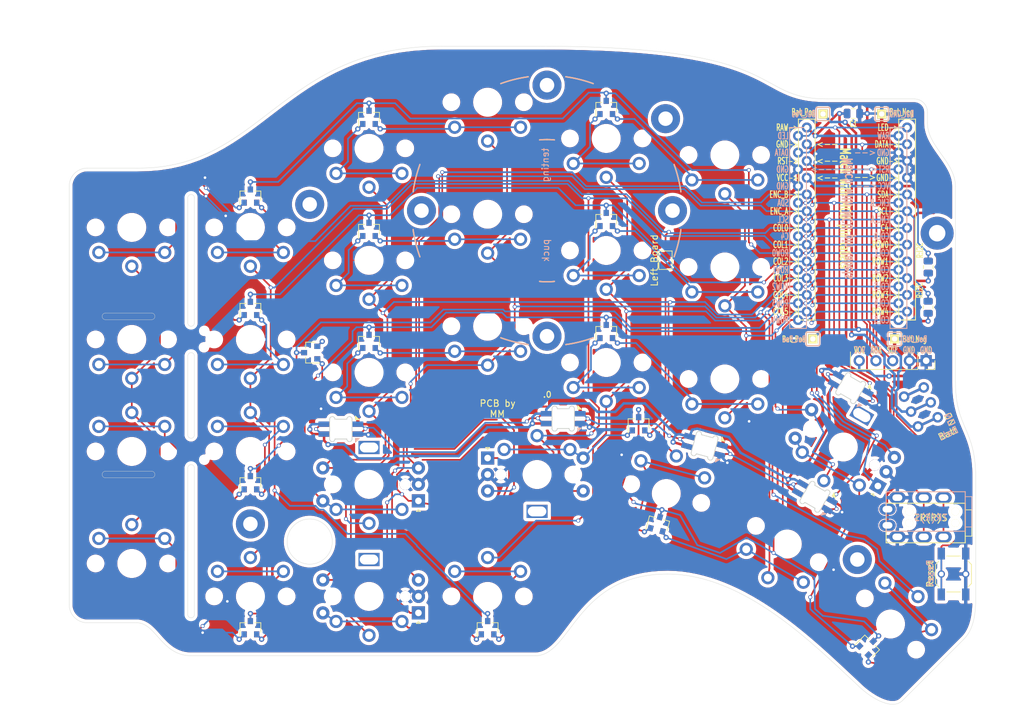
<source format=kicad_pcb>
(kicad_pcb (version 20211014) (generator pcbnew)
  (title_block (title "Hillside56 Keyboard") (date "2022-02-20") (rev "0.1.0") (company "mmccoyd") (comment 1 "The bottom row has a four-key arrow cluster and one encoder can be in any of four spots.") (comment 2 "A choc-spaced split keyboard with Ferris column stagger but more thumb and pinky keys."))
  (layers (0 "F.Cu" signal) (31 "B.Cu" signal) (36 "B.SilkS" user "B.Silkscreen") (37 "F.SilkS" user "F.Silkscreen") (38 "B.Mask" user) (39 "F.Mask" user) (44 "Edge.Cuts" user))
  (net 0 "")
  (net 1 "row0")
  (net 2 "col0")
  (net 3 "row1")
  (net 4 "row2")
  (net 5 "col1")
  (net 6 "col2")
  (net 7 "col3")
  (net 8 "row3")
  (net 9 "col4")
  (net 10 "col5")
  (net 11 "GND")
  (net 12 "reset")
  (net 13 "VCC")
  (net 14 "data")
  (net 15 "LED")
  (net 16 "Net-(D1-Pad2)")
  (net 17 "Net-(D2-Pad2)")
  (net 18 "Net-(D3-Pad2)")
  (net 19 "Net-(D4-Pad2)")
  (net 20 "unconnected-(D5-Pad2)")
  (net 21 "SDA")
  (net 22 "SCL")
  (net 23 "unconnected-(J2-PadR2)")
  (net 25 "enc_a")
  (net 26 "enc_b")
  (net 27 "Net-(D7-Pad1)")
  (net 28 "Net-(D7-Pad2)")
  (net 29 "Net-(D8-Pad1)")
  (net 30 "Net-(D8-Pad2)")
  (net 31 "Net-(D9-Pad1)")
  (net 32 "Net-(D9-Pad2)")
  (net 33 "Net-(D13-Pad2)")
  (net 34 "Net-(D13-Pad1)")
  (net 35 "Net-(D11-Pad2)")
  (net 36 "Net-(D11-Pad1)")
  (net 37 "Net-(D14-Pad2)")
  (net 38 "Net-(D14-Pad1)")
  (net 39 "Net-(D10-Pad2)")
  (net 40 "Net-(D10-Pad1)")
  (net 41 "Net-(D12-Pad2)")
  (net 42 "Net-(D12-Pad1)")
  (net 43 "Net-(D15-Pad2)")
  (net 44 "Net-(D15-Pad1)")
  (net 45 "Net-(D16-Pad1)")
  (net 46 "Net-(D16-Pad2)")
  (net 47 "Net-(D18-Pad1)")
  (net 49 "bat+")
  (net 50 "raw")
  (net 51 "VCC_ACC")
  (net 52 "unconnected-(U1-Pad7)")
  (net 53 "row4")
  (net 54 "Net-(D17-Pad1)")
  (net 55 "Net-(D19-Pad1)")
  (net 56 "Net-(D20-Pad1)")
  (net 57 "Net-(D20-Pad2)")
  (net 58 "Net-(D18-Pad2)")
  (net 59 "Net-(D21-Pad1)")
  (net 60 "Net-(D21-Pad2)")
  (net 61 "Net-(D19-Pad2)")
  (footprint "hillside_basic:SK6812-MINI-E" (layer "F.Cu") (at 182.928032 115.138406 -15)
    (fp_text reference "D3")
    (fp_text value "SK6812-MINI-E" hide)
    (fp_line (start -0.9 -1.5) (end 0.9 -1.5) (layer "Edge.Cuts") (width 0.12))
    (fp_line (start 1.7 -1.5) (end 1.7 1.5) (layer "Edge.Cuts") (width 0.12))
    (fp_line (start -1.7 1.5) (end -1.7 -1.5) (layer "Edge.Cuts") (width 0.12))
    (fp_line (start 0.9 1.5) (end -0.9 1.5) (layer "Edge.Cuts") (width 0.12))
    (fp_arc (start -0.9 1.5) (mid -1.3 1.9) (end -1.7 1.5) (layer "Edge.Cuts") (width 0.12))
    (fp_arc (start -1.7 -1.5) (mid -1.3 -1.9) (end -0.9 -1.5) (layer "Edge.Cuts") (width 0.12))
    (fp_arc (start 0.9 -1.5) (mid 1.3 -1.9) (end 1.7 -1.5) (layer "Edge.Cuts") (width 0.12))
    (fp_arc (start 1.7 1.5) (mid 1.3 1.9) (end 0.9 1.5) (layer "Edge.Cuts") (width 0.12))
  )
  (footprint "hillside_basic:SK6812-MINI-E" (layer "F.Cu") (at 127.73 112.61)
    (fp_text reference "D5")
    (fp_text value "SK6812-MINI-E" hide)
    (fp_line (start -1.7 1.5) (end -1.7 -1.5) (layer "Edge.Cuts") (width 0.12))
    (fp_line (start -0.9 -1.5) (end 0.9 -1.5) (layer "Edge.Cuts") (width 0.12))
    (fp_line (start 1.7 -1.5) (end 1.7 1.5) (layer "Edge.Cuts") (width 0.12))
    (fp_line (start 0.9 1.5) (end -0.9 1.5) (layer "Edge.Cuts") (width 0.12))
    (fp_arc (start -1.7 -1.5) (mid -1.3 -1.9) (end -0.9 -1.5) (layer "Edge.Cuts") (width 0.12))
    (fp_arc (start -0.9 1.5) (mid -1.3 1.9) (end -1.7 1.5) (layer "Edge.Cuts") (width 0.12))
    (fp_arc (start 0.9 -1.5) (mid 1.3 -1.9) (end 1.7 -1.5) (layer "Edge.Cuts") (width 0.12))
    (fp_arc (start 1.7 1.5) (mid 1.3 1.9) (end 0.9 1.5) (layer "Edge.Cuts") (width 0.12))
  )
  (footprint "hillside_basic:SK6812-MINI-E" (layer "F.Cu") (at 199.667163 122.878879 -30)
    (fp_text reference "D2")
    (fp_text value "SK6812-MINI-E" hide)
    (fp_line (start -0.9 -1.5) (end 0.9 -1.5) (layer "Edge.Cuts") (width 0.12))
    (fp_line (start -1.7 1.5) (end -1.7 -1.5) (layer "Edge.Cuts") (width 0.12))
    (fp_line (start 1.7 -1.5) (end 1.7 1.5) (layer "Edge.Cuts") (width 0.12))
    (fp_line (start 0.9 1.5) (end -0.9 1.5) (layer "Edge.Cuts") (width 0.12))
    (fp_arc (start 0.9 -1.5) (mid 1.3 -1.9) (end 1.7 -1.5) (layer "Edge.Cuts") (width 0.12))
    (fp_arc (start -1.7 -1.5) (mid -1.3 -1.9) (end -0.9 -1.5) (layer "Edge.Cuts") (width 0.12))
    (fp_arc (start -0.9 1.5) (mid -1.3 1.9) (end -1.7 1.5) (layer "Edge.Cuts") (width 0.12))
    (fp_arc (start 1.7 1.5) (mid 1.3 1.9) (end 0.9 1.5) (layer "Edge.Cuts") (width 0.12))
  )
  (footprint "hillside:MJ-4PP-9" (layer "F.Cu") (at 210.48 126.86 90)
    (fp_text reference "J2")
    (fp_text value "TRRS" hide)
  )
  (footprint "hillside:ProMicro_v2" (layer "F.Cu") (at 206 81.32)
    (fp_text reference "U1" hide)
    (fp_text value "ProMicro_r" hide)
  )
  (footprint "hillside:Tenting_Puck" (layer "F.Cu") (at 159.01 79.46)
    (fp_text reference "H1")
    (fp_text value "Mount_Tenting")
  )
  (footprint "hillside:pg1350-DR_rotary" (layer "F.Cu") (at 132 116.5 180)
    (fp_text reference "K22")
    (fp_text value "SW_Rotary" hide)
  )
  (footprint "hillside_basic:VIA-0.8mm" (layer "F.Cu") (at 196.5 98.82)
    (fp_text reference "V2" hide)
    (fp_text value "Via" hide)
  )
  (footprint "hillside_basic:SOT-23" (layer "F.Cu") (at 114 77.25 90)
    (fp_text reference "D7" hide)
    (fp_text value "BAV70" hide)
  )
  (footprint "hillside_basic:SOT-23" (layer "F.Cu") (at 114 120.75 90)
    (fp_text reference "D13" hide)
    (fp_text value "BAV70" hide)
  )
  (footprint "hillside:pg1350-R" (layer "F.Cu") (at 96 116)
    (fp_text reference "K13")
    (fp_text value "SW_Key" hide)
  )
  (footprint "hillside:pg1350-R" (layer "F.Cu") (at 114 116)
    (fp_text reference "K14")
    (fp_text value "SW_Key" hide)
  )
  (footprint "hillside_basic:SOT-23" (layer "F.Cu") (at 132 65.3 90)
    (fp_text reference "D8" hide)
    (fp_text value "BAV70" hide)
  )
  (footprint "hillside_basic:SOT-23" (layer "F.Cu") (at 114 94.3 90)
    (fp_text reference "D10" hide)
    (fp_text value "BAV70" hide)
  )
  (footprint "hillside:pg1350-R" (layer "F.Cu") (at 96 82 180)
    (fp_text reference "K1")
    (fp_text value "SW_Key" hide)
  )
  (footprint "hillside:pg1350-R" (layer "F.Cu") (at 132 70 180)
    (fp_text reference "K3")
    (fp_text value "SW_Key" hide)
  )
  (footprint "hillside:pg1350-R" (layer "F.Cu") (at 150 63 180)
    (fp_text reference "K4")
    (fp_text value "SW_Key" hide)
  )
  (footprint "hillside:pg1350-R" (layer "F.Cu") (at 114 99 180)
    (fp_text reference "K8")
    (fp_text value "SW_Key" hide)
  )
  (footprint "hillside_basic:SOT-23" (layer "F.Cu") (at 132 82.3 90)
    (fp_text reference "D11" hide)
    (fp_text value "BAV70" hide)
  )
  (footprint "hillside:pg1350-R" (layer "F.Cu") (at 132 87 180)
    (fp_text reference "K9")
    (fp_text value "SW_Key" hide)
  )
  (footprint "hillside:pg1350-R" (layer "F.Cu") (at 150 80 180)
    (fp_text reference "K10")
    (fp_text value "SW_Key" hide)
  )
  (footprint "hillside:pg1350-R" (layer "F.Cu") (at 132 104 180)
    (fp_text reference "K15")
    (fp_text value "SW_Key" hide)
  )
  (footprint "hillside:pg1350-R" (layer "F.Cu") (at 150 97 180)
    (fp_text reference "K16")
    (fp_text value "SW_Key" hide)
  )
  (footprint "hillside_basic:SOT-23" (layer "F.Cu") (at 132 99.3 90)
    (fp_text reference "D14" hide)
    (fp_text value "BAV70" hide)
  )
  (footprint "hillside_basic:SOT-23" (layer "F.Cu") (at 168 63.8 90)
    (fp_text reference "D9" hide)
    (fp_text value "BAV70" hide)
  )
  (footprint "hillside_basic:SOT-23" (layer "F.Cu") (at 168 80.8 90)
    (fp_text reference "D12" hide)
    (fp_text value "BAV70" hide)
  )
  (footprint "hillside_basic:SOT-23" (layer "F.Cu") (at 168 97.8 90)
    (fp_text reference "D15" hide)
    (fp_text value "BAV70" hide)
  )
  (footprint "hillside:pg1350-R" (layer "F.Cu") (at 168 68.5 180)
    (fp_text reference "K5")
    (fp_text value "SW_Key" hide)
  )
  (footprint "hillside:pg1350-R" (layer "F.Cu") (at 186 71 180)
    (fp_text reference "K6")
    (fp_text value "SW_Key" hide)
  )
  (footprint "hillside:pg1350-R" (layer "F.Cu") (at 168 85.5 180)
    (fp_text reference "K11")
    (fp_text value "SW_Key" hide)
  )
  (footprint "hillside:pg1350-R" (layer "F.Cu") (at 186 88 180)
    (fp_text reference "K12")
    (fp_text value "SW_Key" hide)
  )
  (footprint "hillside:pg1350-R" (layer "F.Cu") (at 168 102.5 180)
    (fp_text reference "K17")
    (fp_text value "SW_Key" hide)
  )
  (footprint "hillside:pg1350-R" (layer "F.Cu") (at 186 105 180)
    (fp_text reference "K18")
    (fp_text value "SW_Key" hide)
  )
  (footprint "hillside:pg1350-DR_rotary" (layer "F.Cu") (at 157.5 124)
    (fp_text reference "K25")
    (fp_text value "SW_Key" hide)
  )
  (footprint "hillside:pg1350-R" (layer "F.Cu") (at 114 82 180)
    (fp_text reference "K2")
    (fp_text value "SW_Key" hide)
  )
  (footprint "hillside_basic:SOT-23" (layer "F.Cu") (at 175.893551 126.926517 75)
    (fp_text reference "D20" hide)
    (fp_text value "BAV70" hide)
  )
  (footprint "hillside:pg1350-R" (layer "F.Cu") (at 195.478277 130.04992 150)
    (fp_text reference "K27")
    (fp_text value "SW_Key" hide)
  )
  (footprint "hillside_basic:SOT-23" (layer "F.Cu") (at 207.816946 145.51465 45)
    (fp_text reference "D21" hide)
    (fp_text value "BAV70" hide)
  )
  (footprint "hillside_basic:SOT-23" (layer "F.Cu") (at 172.91 111.8 90)
    (fp_text reference "D19" hide)
    (fp_text value "BAV70" hide)
  )
  (footprint "hillside:pg1350-DR_rotary" (layer "F.Cu") (at 206.228277 111.430374 150)
    (fp_text reference "K19")
    (fp_text value "SW_Rotary" hide)
  )
  (footprint "hillside:pg1350-R" (layer "F.Cu") (at 211.140348 142.191248 -45)
    (fp_text reference "K28")
    (fp_text value "SW_Key" hide)
  )
  (footprint "hillside_basic:SK6812-MINI-E" (layer "F.Cu") (at 161.468488 111.015922)
    (fp_text reference "D4")
    (fp_text value "SK6812-MINI-E" hide)
    (fp_line (start 1.7 -1.5) (end 1.7 1.5) (layer "Edge.Cuts") (width 0.12))
    (fp_line (start 0.9 1.5) (end -0.9 1.5) (layer "Edge.Cuts") (width 0.12))
    (fp_line (start -0.9 -1.5) (end 0.9 -1.5) (layer "Edge.Cuts") (width 0.12))
    (fp_line (start -1.7 1.5) (end -1.7 -1.5) (layer "Edge.Cuts") (width 0.12))
    (fp_arc (start 0.9 -1.5) (mid 1.3 -1.9) (end 1.7 -1.5) (layer "Edge.Cuts") (width 0.12))
    (fp_arc (start -0.9 1.5) (mid -1.3 1.9) (end -1.7 1.5) (layer "Edge.Cuts") (width 0.12))
    (fp_arc (start 1.7 1.5) (mid 1.3 1.9) (end 0.9 1.5) (layer "Edge.Cuts") (width 0.12))
    (fp_arc (start -1.7 -1.5) (mid -1.3 -1.9) (end -0.9 -1.5) (layer "Edge.Cuts") (width 0.12))
  )
  (footprint "hillside_basic:SK6812-MINI-E" (layer "F.Cu") (at 205.101456 106.392398 -30)
    (fp_text reference "D1")
    (fp_text value "SK6812-MINI-E" hide)
    (fp_line (start 1.7 -1.5) (end 1.7 1.5) (layer "Edge.Cuts") (width 0.12))
    (fp_line (start -0.9 -1.5) (end 0.9 -1.5) (layer "Edge.Cuts") (width 0.12))
    (fp_line (start 0.9 1.5) (end -0.9 1.5) (layer "Edge.Cuts") (width 0.12))
    (fp_line (start -1.7 1.5) (end -1.7 -1.5) (layer "Edge.Cuts") (width 0.12))
    (fp_arc (start -0.9 1.5) (mid -1.3 1.9) (end -1.7 1.5) (layer "Edge.Cuts") (width 0.12))
    (fp_arc (start -1.7 -1.5) (mid -1.3 -1.9) (end -0.9 -1.5) (layer "Edge.Cuts") (width 0.12))
    (fp_arc (start 0.9 -1.5) (mid 1.3 -1.9) (end 1.7 -1.5) (layer "Edge.Cuts") (width 0.12))
    (fp_arc (start 1.7 1.5) (mid 1.3 1.9) (end 0.9 1.5) (layer "Edge.Cuts") (width 0.12))
  )
  (footprint "hillside_basic:1pin_conn" (layer "F.Cu") (at 209.8 64.79)
    (fp_text reference "J4")
    (fp_text value "Bat_Neg")
  )
  (footprint "Jumper:SolderJumper-2_P1.3mm_Bridged_RoundedPad1.0x1.5mm" (layer "F.Cu") (at 218.23 77.78 -90)
    (fp_text reference "JP1")
    (fp_text value "VccJumper")
  )
  (footprint "hillside_basic:R_0805_2012Metric" (layer "F.Cu") (at 216.87 88.02 90)
    (fp_text reference "R2")
    (fp_text value "R:I2C")
  )
  (footprint "hillside:Pimoroni_Haptic" (layer "F.Cu") (at 211.47 91.1275)
    (fp_text reference "J1" hide)
    (fp_text value "Haptic" hide)
  )
  (footprint "hillside_basic:VIA-0.8mm" (layer "F.Cu") (at 124.72 109.52 90)
    (fp_text reference "V3" hide)
    (fp_text value "Via" hide)
  )
  (footprint "hillside_basic:VIA-0.8mm" (layer "F.Cu") (at 202.5 133.95)
    (fp_text reference "V4" hide)
    (fp_text value "Via" hide)
  )
  (footprint "hillside_basic:VIA-0.8mm" (layer "F.Cu") (at 170.34 116.51)
    (fp_text reference "V5" hide)
    (fp_text value "Via" hide)
  )
  (footprint "hillside_basic:C_0805_2012Metric" (layer "F.Cu") (at 205.5 64.72)
    (fp_text reference "C1")
    (fp_text value "4u7")
  )
  (footprint "hillside_basic:SW_SPST_SKQG_WithStem" (layer "F.Cu") (at 220.7 134.6 90)
    (fp_text reference "SW1")
    (fp_text value "Reset")
  )
  (footprint "hillside:pg1350-R" (layer "F.Cu") (at 96 99 180)
    (fp_text reference "K7")
    (fp_text value "SW_Key" hide)
  )
  (footprint "hillside_basic:SW_SPDT_JS202011AQN" (layer "F.Cu") (at 215.75 109.25 -65)
    (fp_text reference "SW2")
    (fp_text value "SW_Power" hide)
  )
  (footprint "hillside:Hillside_Logo" (layer "F.Cu") (at 145.11 118.87)
    (fp_text reference "H3")
    (fp_text value "Logo")
  )
  (footprint "hillside:MountingHole_2.2mm_with_PCB_insert_rings" (layer "F.Cu") (at 123 78.5)
    (fp_text reference "H4" hide)
    (fp_text value "MountHole" hide)
  )
  (footprint "hillside:MountingHole_2.2mm_with_PCB_insert_rings" (layer "F.Cu") (at 114 127)
    (fp_text reference "H5" hide)
    (fp_text value "MountHole" hide)
  )
  (footprint "hillside:MountingHole_2.2mm_with_PCB_insert_rings" (layer "F.Cu") (at 206.1 132.4)
    (fp_text reference "H6" hide)
    (fp_text value "MountHole" hide)
  )
  (footprint "hillside:MountingHole_2.2mm_with_PCB_insert_rings" (layer "F.Cu") (at 177 65.5)
    (fp_text reference "H7" hide)
    (fp_text value "MountHole" hide)
  )
  (footprint "hillside_basic:R_0805_2012Metric" (layer "F.Cu") (at 216.845 94.12 90)
    (fp_text reference "R1")
    (fp_text value "R:I2C")
  )
  (footprint "hillside_basic:1pin_conn" (layer "F.Cu") (at 200.9 64.79)
    (fp_text reference "J3")
    (fp_text value "Bat_Pos")
  )
  (footprint "hillside:Bumpon" (layer "F.Cu") (at 92.4 77.3)
    (fp_text reference "H10" hide)
    (fp_text value "Bumpon")
  )
  (footprint "hillside_basic:1pin_conn" (layer "F.Cu") (at 199.35 98.92)
    (fp_text reference "J5")
    (fp_text value "Bat_Pos")
  )
  (footprint "hillside:Bumpon" (layer "F.Cu") (at 139.8 60.8)
    (fp_text reference "H14" hide)
    (fp_text value "Bumpon")
  )
  (footprint "hillside:Bumpon" (layer "F.Cu") (at 160.2 135.7)
    (fp_text reference "H8" hide)
    (fp_text value "Bumpon")
  )
  (footprint "hillside:Bumpon" (layer "F.Cu") (at 210.35 148.1)
    (fp_text reference "H16" hide)
    (fp_text value "Bumpon")
  )
  (footprint "hillside:Bumpon" (layer "F.Cu") (at 205.5 71)
    (fp_text reference "H21" hide)
    (fp_text value "Bumpon")
  )
  (footprint "Jumper:SolderJumper-2_P1.3mm_Open_TrianglePad1.0x1.5mm" (layer "F.Cu") (at 177 86.975 -90)
    (fp_text reference "JP2")
    (fp_text value "Left_Board")
  )
  (footprint "hillside:Bumpon" (layer "F.Cu") (at 205.5 95.6)
    (fp_text reference "H22" hide)
    (fp_text value "Bumpon")
  )
  (footprint "hillside_basic:1pin_conn" (layer "F.Cu") (at 211.76 98.92 180)
    (fp_text reference "J6")
    (fp_text value "Bat_Neg")
  )
  (footprint "hillside:Bumpon" (layer "F.Cu") (at 103.35 137.8)
    (fp_text reference "H2" hide)
    (fp_text value "Bumpon")
  )
  (footprint "hillside:Bumpon" (layer "F.Cu") (at 218.9 134.1)
    (fp_text reference "H18" hide)
    (fp_text value "Bumpon")
  )
  (footprint "hillside_basic:SOT-23" (layer "F.Cu") (at 114 142.75 90)
    (fp_text reference "D16" hide)
    (fp_text value "BAV70" hide)
  )
  (footprint "hillside_basic:SOT-23" (layer "F.Cu") (at 150 142.75 90)
    (fp_text reference "D18" hide)
    (fp_text value "BAV70" hide)
  )
  (footprint "hillside:Bumpon" (layer "F.Cu") (at 91.9 91.1)
    (fp_text reference "H13" hide)
    (fp_text value "Bumpon")
  )
  (footprint "hillside:pg1350-R" (layer "F.Cu") (at 114 138)
    (fp_text reference "K21")
    (fp_text value "SW_Key" hide)
  )
  (footprint "hillside:Bumpon" (layer "F.Cu") (at 92.5 137.7)
    (fp_text reference "H17" hide)
    (fp_text value "Bumpon")
  )
  (footprint "hillside:Bumpon" (layer "F.Cu") (at 202.25 139.25)
    (fp_text reference "H19" hide)
    (fp_text value "Bumpon")
  )
  (footprint "hillside:Bumpon" (layer "F.Cu") (at 104.45 141)
    (fp_text reference "H11" hide)
    (fp_text value "Bumpon")
  )
  (footprint "hillside:pg1350-R" (layer "F.Cu") (at 150 138)
    (fp_text reference "K24")
    (fp_text value "SW_Key" hide)
  )
  (footprint "hillside:Bumpon" (layer "F.Cu") (at 92.95 122.7)
    (fp_text reference "H12" hide)
    (fp_text value "Bumpon")
  )
  (footprint "hillside:pg1350-R" (layer "F.Cu") (at 177.110001 122.386666 -15)
    (fp_text reference "K26")
    (fp_text value "SW_Key" hide)
  )
  (footprint "hillside:Bumpon" (layer "F.Cu") (at 92.55 91.8)
    (fp_text reference "H9" hide)
    (fp_text value "Bumpon")
  )
  (footprint "hillside:Bumpon" (layer "F.Cu") (at 105 78.2)
    (fp_text reference "H15" hide)
    (fp_text value "Bumpon")
  )
  (footprint "hillside:pg1350-R" (layer "F.Cu") (at 96 133)
    (fp_text reference "K20")
    (fp_text value "SW_Key" hide)
  )
  (footprint "hillside_basic:SOT-23" (layer "F.Cu") (at 123.15 101 180)
    (fp_text reference "D17" hide)
    (fp_text value "BAV70" hide)
  )
  (footprint "hillside_basic:VIA-0.8mm" (layer "F.Cu") (at 189.68 111.43)
    (fp_text reference "V1" hide)
    (fp_text value "Via" hide)
  )
  (footprint "hillside:pg1350-DR_rotary" (layer "F.Cu") (at 132 133.5 180)
    (fp_text reference "K23")
    (fp_text value "SW_Rotary" hide)
  )
  (footprint "hillside:Bumpon" (layer "F.Cu") (at 166.3 60.8)
    (fp_text reference "H20" hide)
    (fp_text value "Bumpon")
  )
  (gr_line (start 157.75 54.5) (end 143.01 54.5) (layer "Edge.Cuts") (width 0.05))
  (gr_line (start 222.226474 144.533863) (end 212.945238 153.817984) (layer "Edge.Cuts") (width 0.05))
  (gr_line (start 86.5 75.75) (end 86.5 139.25) (layer "Edge.Cuts") (width 0.05))
  (gr_arc (start 214.75 62.5) (mid 216.164214 63.085786) (end 216.75 64.5) (layer "Edge.Cuts") (width 0.05))
  (gr_line (start 224.075326 138.290747) (end 224.075326 119.966984) (layer "Edge.Cuts") (width 0.05))
  (gr_arc (start 104.5 101.5) (mid 105 101) (end 105.5 101.5) (layer "Edge.Cuts") (width 0.05))
  (gr_line (start 105.5 101.5) (end 105.5 113.5) (layer "Edge.Cuts") (width 0.05))
  (gr_line (start 221 105.51) (end 221 75.795534) (layer "Edge.Cuts") (width 0.05))
  (gr_line (start 104.5 96.5) (end 104.5 77.5) (layer "Edge.Cuts") (width 0.05))
  (gr_curve (pts (xy 201.55 62.5) (xy 189.65 62.5) (xy 196.55 54.5) (xy 157.75 54.5)) (layer "Edge.Cuts") (width 0.05))
  (gr_arc (start 99.01 95) (mid 99.51 95.5) (end 99.01 96) (layer "Edge.Cuts") (width 0.05))
  (gr_curve (pts (xy 143.01 54.5) (xy 118.5 54.5) (xy 115.9 73.2) (xy 96.8 73)) (layer "Edge.Cuts") (width 0.05))
  (gr_line (start 92 119) (end 99.01 119) (layer "Edge.Cuts") (width 0.05))
  (gr_line (start 105.5 77.5) (end 105.5 96.5) (layer "Edge.Cuts") (width 0.05))
  (gr_curve (pts (xy 222.226474 144.533863) (xy 223.92 142.91) (xy 224.07 140.14) (xy 224.075326 138.290747)) (layer "Edge.Cuts") (width 0.05))
  (gr_line (start 96.8 73) (end 89.25 73) (layer "Edge.Cuts") (width 0.05))
  (gr_curve (pts (xy 206.265 151.58) (xy 199.41 145.21) (xy 189.05 134.7) (xy 177.35 134.6)) (layer "Edge.Cuts") (width 0.05))
  (gr_curve (pts (xy 221 75.795534) (xy 221 72.05) (xy 216.75 69.75) (xy 216.75 66.16)) (layer "Edge.Cuts") (width 0.05))
  (gr_arc (start 104.5 77.5) (mid 105 77) (end 105.5 77.5) (layer "Edge.Cuts") (width 0.05))
  (gr_line (start 92 95) (end 99.01 95) (layer "Edge.Cuts") (width 0.05))
  (gr_line (start 96.75 142) (end 89.25 142) (layer "Edge.Cuts") (width 0.05))
  (gr_line (start 99.01 120) (end 92 120) (layer "Edge.Cuts") (width 0.05))
  (gr_line (start 104.5 140.75) (end 104.5 118.5) (layer "Edge.Cuts") (width 0.05))
  (gr_line (start 216.75 64.5) (end 216.75 66.16) (layer "Edge.Cuts") (width 0.05))
  (gr_curve (pts (xy 177.35 134.6) (xy 163.35 134.6) (xy 162.75 147) (xy 157.25 147)) (layer "Edge.Cuts") (width 0.05))
  (gr_arc (start 89.25 142) (mid 87.305453 141.194547) (end 86.5 139.25) (layer "Edge.Cuts") (width 0.05))
  (gr_curve (pts (xy 224.075326 119.966984) (xy 224.075326 112.5) (xy 221 112.5) (xy 221 105.51)) (layer "Edge.Cuts") (width 0.05))
  (gr_curve (pts (xy 96.75 142) (xy 99.7 142) (xy 100.5 147) (xy 105 147)) (layer "Edge.Cuts") (width 0.05))
  (gr_arc (start 105.5 140.75) (mid 105 141.25) (end 104.5 140.75) (layer "Edge.Cuts") (width 0.05))
  (gr_line (start 104.5 113.5) (end 104.5 101.5) (layer "Edge.Cuts") (width 0.05))
  (gr_arc (start 99.01 119) (mid 99.51 119.5) (end 99.01 120) (layer "Edge.Cuts") (width 0.05))
  (gr_line (start 105.5 118.5) (end 105.5 140.75) (layer "Edge.Cuts") (width 0.05))
  (gr_line (start 125.675 147) (end 105 147) (layer "Edge.Cuts") (width 0.05))
  (gr_arc (start 92 120) (mid 91.5 119.5) (end 92 119) (layer "Edge.Cuts") (width 0.05))
  (gr_circle (center 123 129.679) (end 126.429 129.679) (layer "Edge.Cuts") (width 0.05) (fill none))
  (gr_arc (start 92 96) (mid 91.5 95.5) (end 92 95) (layer "Edge.Cuts") (width 0.05))
  (gr_line (start 138.625 147) (end 125.675 147) (layer "Edge.Cuts") (width 0.05))
  (gr_arc (start 104.5 118.5) (mid 105 118) (end 105.5 118.5) (layer "Edge.Cuts") (width 0.05))
  (gr_line (start 214.75 62.5) (end 201.55 62.5) (layer "Edge.Cuts") (width 0.05))
  (gr_line (start 99.01 96) (end 92 96) (layer "Edge.Cuts") (width 0.05))
  (gr_arc (start 105.5 96.5) (mid 105 97) (end 104.5 96.5) (layer "Edge.Cuts") (width 0.05))
  (gr_line (start 157.25 147) (end 138.625 147) (layer "Edge.Cuts") (width 0.05))
  (gr_arc (start 105.5 113.5) (mid 105 114) (end 104.5 113.5) (layer "Edge.Cuts") (width 0.05))
  (gr_curve (pts (xy 212.945238 153.817984) (xy 211.22 155.48) (xy 207.69 153.02) (xy 206.265 151.58)) (layer "Edge.Cuts") (width 0.05))
  (gr_arc (start 86.5 75.75) (mid 87.305453 73.805453) (end 89.25 73) (layer "Edge.Cuts") (width 0.05))
  (gr_text "Hillside56 0.1" (at 150 106.9) (layer "F.Cu") (effects (font (size 1.8 1.6) (thickness 0.24))))
  (gr_text ".0" (at 158.31 107.37) (layer "F.SilkS") (effects (font (size 0.9 0.9) (thickness 0.153)) (justify left)))
  (gr_text "PCB by\n  MM" (at 148.7 109.51) (layer "F.SilkS") (effects (font (size 1 1) (thickness 0.153)) (justify left)))
  (segment (start 189.99 84.59) (end 190 84.59) (width 0.254) (layer "F.Cu") (net 1))
  (segment (start 198.29532 85.908412) (end 198.278908 85.892) (width 0.254) (layer "F.Cu") (net 1))
  (segment (start 198.278908 85.892) (end 197.11 85.892) (width 0.254) (layer "F.Cu") (net 1))
  (segment (start 189.639998 84.239998) (end 189.99 84.59) (width 0.254) (layer "F.Cu") (net 1))
  (segment (start 189.639998 73.299998) (end 189.639998 84.239998) (width 0.254) (layer "F.Cu") (net 1))
  (via (at 189.639998 73.299998) (size 0.6) (drill 0.4) (layers "F.Cu" "B.Cu") (net 1))
  (via (at 190 84.59) (size 0.6) (drill 0.4) (layers "F.Cu" "B.Cu") (net 1))
  (via (at 198.29532 85.908412) (size 0.6) (drill 0.4) (layers "F.Cu" "B.Cu") (net 1))
  (segment (start 114 75.1) (end 118.21 75.1) (width 0.254) (layer "B.Cu") (net 1))
  (segment (start 190 84.59) (end 191.302 85.892) (width 0.254) (layer "B.Cu") (net 1))
  (segment (start 138.282999 65.472999) (end 135.96 63.15) (width 0.254) (layer "B.Cu") (net 1))
  (segment (start 191.302 85.892) (end 197.11 85.892) (width 0.254) (layer "B.Cu") (net 1))
  (segment (start 165.32 61.55) (end 161.397001 65.472999) (width 0.254) (layer "B.Cu") (net 1))
  (segment (start 198.689376 85.908412) (end 199.975788 84.622) (width 0.254) (layer "B.Cu") (net 1))
  (segment (start 189.639996 73.3) (end 181.02 73.3) (width 0.254) (layer "B.Cu") (net 1))
  (segment (start 169.37 61.65) (end 168 61.65) (width 0.254) (layer "B.Cu") (net 1))
  (segment (start 161.397001 65.472999) (end 138.282999 65.472999) (width 0.254) (layer "B.Cu") (net 1))
  (segment (start 198.29532 85.908412) (end 198.689376 85.908412) (width 0.254) (layer "B.Cu") (net 1))
  (segment (start 189.639998 73.299998) (end 189.639996 73.3) (width 0.254) (layer "B.Cu") (net 1))
  (segment (start 199.975788 84.622) (end 213.6564 84.622) (width 0.254) (layer "B.Cu") (net 1))
  (segment (start 118.21 75.1) (end 130.16 63.15) (width 0.254) (layer "B.Cu") (net 1))
  (segment (start 168 61.65) (end 167.9 61.55) (width 0.254) (layer "B.Cu") (net 1))
  (segment (start 181.02 73.3) (end 169.37 61.65) (width 0.254) (layer "B.Cu") (net 1))
  (segment (start 130.16 63.15) (end 132 63.15) (width 0.254) (layer "B.Cu") (net 1))
  (segment (start 135.96 63.15) (end 132 63.15) (width 0.254) (layer "B.Cu") (net 1))
  (segment (start 167.9 61.55) (end 165.32 61.55) (width 0.254) (layer "B.Cu") (net 1))
  (segment (start 103.25 85.75) (end 103.25 75.75) (width 0.254) (layer "F.Cu") (net 2))
  (segment (start 103.785687 75.035687) (end 103.821374 75) (width 0.254) (layer "F.Cu") (net 2))
  (segment (start 199.271264 82.916864) (end 198.4364 82.082) (width 0.254) (layer "F.Cu") (net 2))
  (segment (start 177.4965 82.6835) (end 177.5 82.6835) (width 0.254) (layer "F.Cu") (net 2))
  (segment (start 100.25 122.85) (end 96 127.1) (width 0.254) (layer "F.Cu") (net 2))
  (segment (start 96 110.1) (end 96 104.9) (width 0.254) (layer "F.Cu") (net 2))
  (segment (start 177 86.25) (end 177 83.18) (width 0.254) (layer "F.Cu") (net 2))
  (segment (start 100.273479 100.626521) (end 100.273479 92.173479) (width 0.254) (layer "F.Cu") (net 2))
  (segment (start 103.25 75.571374) (end 103.785687 75.035687) (width 0.254) (layer "F.Cu") (net 2))
  (segment (start 96 110.1) (end 100.25 114.35) (width 0.254) (layer "F.Cu") (net 2))
  (segment (start 96 104.9) (end 100.273479 100.626521) (width 0.254) (layer "F.Cu") (net 2))
  (segment (start 98.55 90.45) (end 103.25 85.75) (width 0.254) (layer "F.Cu") (net 2))
  (segment (start 98.55 90.45) (end 96 87.9) (width 0.254) (layer "F.Cu") (net 2))
  (segment (start 100.25 114.35) (end 100.25 122.85) (width 0.254) (layer "F.Cu") (net 2))
  (segment (start 103.821374 75) (end 106.25 75) (width 0.254) (layer "F.Cu") (net 2))
  (segment (start 100.273479 92.173479) (end 98.55 90.45) (width 0.254) (layer "F.Cu") (net 2))
  (segment (start 177 83.18) (end 177.4965 82.6835) (width 0.254) (layer "F.Cu") (net 2))
  (segment (start 106.25 75) (end 107.25 76) (width 0.254) (layer "F.Cu") (net 2))
  (segment (start 103.25 75.75) (end 103.25 75.571374) (width 0.254) (layer "F.Cu") (net 2))
  (segment (start 199.271264 83.67253) (end 199.271264 82.916864) (width 0.254) (layer "F.Cu") (net 2))
  (via (at 177.5 82.6835) (size 0.6) (drill 0.4) (layers "F.Cu" "B.Cu") (net 2))
  (via (at 199.271264 83.67253) (size 0.6) (drill 0.4) (layers "F.Cu" "B.Cu") (net 2))
  (via (at 107.25 76) (size 0.6) (drill 0.4) (layers "F.Cu" "B.Cu") (net 2))
  (segment (start 107.25 76) (end 111.75 80.5) (width 0.254) (layer "B.Cu") (net 2))
  (segment (start 134.57 78.72) (end 138.35 74.94) (width 0.254) (layer "B.Cu") (net 2))
  (segment (start 123.853479 84.076521) (end 124.09 83.84) (width 0.254) (layer "B.Cu") (net 2))
  (segment (start 171.051374 76.95) (end 176.784874 82.6835) (width 0.254) (layer "B.Cu") (net 2))
  (segment (start 111.75 80.5) (end 111.75 82.75) (width 0.254) (layer "B.Cu") (net 2))
  (segment (start 199.271264 83.67253) (end 199.591794 83.352) (width 0.254) (layer "B.Cu") (net 2))
  (segment (start 164.32 76.95) (end 171.051374 76.95) (width 0.254) (layer "B.Cu") (net 2))
  (segment (start 129.21 78.72) (end 134.57 78.72) (width 0.254) (layer "B.Cu") (net 2))
  (segment (start 138.35 74.94) (end 162.31 74.94) (width 0.254) (layer "B.Cu") (net 2))
  (segment (start 113.076521 84.076521) (end 123.853479 84.076521) (width 0.254) (layer "B.Cu") (net 2))
  (segment (start 192.918 82.082) (end 198.4364 82.082) (width 0.254) (layer "B.Cu") (net 2))
  (segment (start 124.09 83.84) (end 129.21 78.72) (width 0.254) (layer "B.Cu") (net 2))
  (segment (start 192.14352 82.85648) (end 192.918 82.082) (width 0.254) (layer "B.Cu") (net 2))
  (segment (start 162.31 74.94) (end 164.32 76.95) (width 0.254) (layer "B.Cu") (net 2))
  (segment (start 111.75 82.75) (end 113.076521 84.076521) (width 0.254) (layer "B.Cu") (net 2))
  (segment (start 176.784874 82.6835) (end 177.5 82.6835) (width 0.254) (layer "B.Cu") (net 2))
  (segment (start 177.67298 82.85648) (end 192.14352 82.85648) (width 0.254) (layer "B.Cu") (net 2))
  (segment (start 177.5 82.6835) (end 177.67298 82.85648) (width 0.254) (layer "B.Cu") (net 2))
  (segment (start 199.591794 83.352) (end 212.35 83.352) (width 0.254) (layer "B.Cu") (net 2))
  (segment (start 193.828 88.432) (end 197.11 88.432) (width 0.254) (layer "F.Cu") (net 3))
  (segment (start 197.11 88.432) (end 198.283855 88.432) (width 0.254) (layer "F.Cu") (net 3))
  (segment (start 198.283855 88.432) (end 198.299773 88.447918) (width 0.254) (layer "F.Cu") (net 3))
  (segment (start 191.92 90.34) (end 193.828 88.432) (width 0.254) (layer "F.Cu") (net 3))
  (via (at 191.92 90.34) (size 0.6) (drill 0.4) (layers "F.Cu" "B.Cu") (net 3))
  (via (at 198.299773 88.447918) (size 0.6) (drill 0.4) (layers "F.Cu" "B.Cu") (net 3))
  (segment (start 198.68987 88.447918) (end 199.975788 87.162) (width 0.254) (layer "B.Cu") (net 3))
  (segment (start 118.48 92.15) (end 114 92.15) (width 0.254) (layer "B.Cu") (net 3))
  (segment (start 168 78.65) (end 167.99 78.64) (width 0.254) (layer "B.Cu") (net 3))
  (segment (start 167.99 78.64) (end 163.353796 78.64) (width 0.254) (layer "B.Cu") (net 3))
  (segment (start 132 80.15) (end 130.48 80.15) (width 0.254) (layer "B.Cu") (net 3))
  (segment (start 163.353796 78.64) (end 160.713796 76) (width 0.254) (layer "B.Cu") (net 3))
  (segment (start 169.1 78.65) (end 168 78.65) (width 0.254) (layer "B.Cu") (net 3))
  (segment (start 180.79 90.34) (end 169.1 78.65) (width 0.254) (layer "B.Cu") (net 3))
  (segment (start 135.17 80.15) (end 132 80.15) (width 0.254) (layer "B.Cu") (net 3))
  (segment (start 130.48 80.15) (end 118.48 92.15) (width 0.254) (layer "B.Cu") (net 3))
  (segment (start 139.32 76) (end 135.17 80.15) (width 0.254) (layer "B.Cu") (net 3))
  (segment (start 198.299773 88.447918) (end 198.68987 88.447918) (width 0.254) (layer "B.Cu") (net 3))
  (segment (start 191.92 90.34) (end 180.79 90.34) (width 0.254) (layer "B.Cu") (net 3))
  (segment (start 160.713796 76) (end 139.32 76) (width 0.254) (layer "B.Cu") (net 3))
  (segment (start 199.975788 87.162) (end 213.6564 87.162) (width 0.254) (layer "B.Cu") (net 3))
  (segment (start 120.75 108) (end 120.75 112.65) (width 0.254) (layer "F.Cu") (net 4))
  (segment (start 194.25 95.25) (end 194.25 92.47) (width 0.254) (layer "F.Cu") (net 4))
  (segment (start 124.25 104.5) (end 120.75 108) (width 0.254) (layer "F.Cu") (net 4))
  (segment (start 198.25 90.99) (end 198.232 90.972) (width 0.254) (layer "F.Cu") (net 4))
  (segment (start 194.25 92.47) (end 195.748 90.972) (width 0.254) (layer "F.Cu") (net 4))
  (segment (start 118.4 115.019989) (end 118.299989 115.12) (width 0.254) (layer "F.Cu") (net 4))
  (segment (start 118.4 115) (end 118.4 115.019989) (width 0.254) (layer "F.Cu") (net 4))
  (segment (start 198.232 90.972) (end 197.11 90.972) (width 0.254) (layer "F.Cu") (net 4))
  (segment (start 120.75 112.65) (end 118.4 115) (width 0.254) (layer "F.Cu") (net 4))
  (segment (start 195.748 90.972) (end 197.11 90.972) (width 0.254) (layer "F.Cu") (net 4))
  (via (at 124.25 104.5) (size 0.6) (drill 0.4) (layers "F.Cu" "B.Cu") (net 4))
  (via (at 198.25 90.99) (size 0.6) (drill 0.4) (layers "F.Cu" "B.Cu") (net 4))
  (via (at 118.299989 115.12) (size 0.6) (drill 0.4) (layers "F.Cu" "B.Cu") (net 4))
  (via (at 194.25 95.25) (size 0.6) (drill 0.4) (layers "F.Cu" "B.Cu") (net 4))
  (segment (start 130.1 97.15) (end 132 97.15) (width 0.254) (layer "B.Cu") (net 4))
  (segment (start 118.299989 115.12) (end 114.819989 118.6) (width 0.254) (layer "B.Cu") (net 4))
  (segment (start 199.975788 89.702) (end 213.6564 89.702) (width 0.254) (layer "B.Cu") (net 4))
  (segment (start 194.25 95.25) (end 194.25 95.5) (width 0.254) (layer "B.Cu") (net 4))
  (segment (start 132 97.15) (end 141.46 97.15) (width 0.254) (layer "B.Cu") (net 4))
  (segment (start 152.173479 94.923479) (end 152.9 95.65) (width 0.254) (layer "B.Cu") (net 4))
  (segment (start 152.9 95.65) (end 168 95.65) (width 0.254) (layer "B.Cu") (net 4))
  (segment (start 114.819989 118.6) (end 114 118.6) (width 0.254) (layer "B.Cu") (net 4))
  (segment (start 198.687788 90.99) (end 199.975788 89.702) (width 0.254) (layer "B.Cu") (net 4))
  (segment (start 143.686521 94.923479) (end 152.173479 94.923479) (width 0.254) (layer "B.Cu") (net 4))
  (segment (start 192 97.75) (end 171.52 97.75) (width 0.254) (layer "B.Cu") (net 4))
  (segment (start 194.25 95.5) (end 192 97.75) (width 0.254) (layer "B.Cu") (net 4))
  (segment (start 129.5 99.25) (end 129.5 97.75) (width 0.254) (layer "B.Cu") (net 4))
  (segment (start 124.25 104.5) (end 129.5 99.25) (width 0.254) (layer "B.Cu") (net 4))
  (segment (start 171.52 97.75) (end 169.43 95.66) (width 0.254) (layer "B.Cu") (net 4))
  (segment (start 169.43 95.66) (end 168.01 95.66) (width 0.254) (layer "B.Cu") (net 4))
  (segment (start 198.25 90.99) (end 198.687788 90.99) (width 0.254) (layer "B.Cu") (net 4))
  (segment (start 168.01 95.66) (end 168 95.65) (width 0.254) (layer "B.Cu") (net 4))
  (segment (start 141.46 97.15) (end 143.686521 94.923479) (width 0.254) (layer "B.Cu") (net 4))
  (segment (start 129.5 97.75) (end 130.1 97.15) (width 0.254) (layer "B.Cu") (net 4))
  (segment (start 117.08 101.82) (end 114 104.9) (width 0.254) (layer "F.Cu") (net 5))
  (segment (start 166.9 109.39) (end 165.3 107.79) (width 0.254) (layer "F.Cu") (net 5))
  (segment (start 117.08 92.99) (end 117.08 91.05) (width 0.254) (layer "F.Cu") (net 5))
  (segment (start 165.3 107.79) (end 165.3 77.5765) (width 0.254) (layer "F.Cu") (net 5))
  (segment (start 162.75 122) (end 160 119.25) (width 0.254) (layer "F.Cu") (net 5))
  (segment (start 199.293388 86.190406) (end 199.293388 85.478988) (width 0.254) (layer "F.Cu") (net 5))
  (segment (start 165.75 113.25) (end 166.9 112.1) (width 0.254) (layer "F.Cu") (net 5))
  (segment (start 117.08 93.01) (end 117.08 101.82) (width 0.254) (layer "F.Cu") (net 5))
  (segment (start 117.08 90.98) (end 114 87.9) (width 0.254) (layer "F.Cu") (net 5))
  (segment (start 114 110.1) (end 114 104.9) (width 0.254) (layer "F.Cu") (net 5))
  (segment (start 117.07 93) (end 117.08 93.01) (width 0.254) (layer "F.Cu") (net 5))
  (segment (start 166.9 112.1) (end 166.9 109.39) (width 0.254) (layer "F.Cu") (net 5))
  (segment (start 117.08 91.1265) (end 117.08 90.98) (width 0.254) (layer "F.Cu") (net 5))
  (segment (start 117.07 93) (end 117.08 92.99) (width 0.254) (layer "F.Cu") (net 5))
  (segment (start 164.5 122) (end 162.75 122) (width 0.254) (layer "F.Cu") (net 5))
  (segment (start 116.84 112.94) (end 116.84 129.26) (width 0.254) (layer "F.Cu") (net 5))
  (segment (start 199.293388 85.478988) (end 198.4364 84.622) (width 0.254) (layer "F.Cu") (net 5))
  (segment (start 116.84 129.26) (end 114 132.1) (width 0.254) (layer "F.Cu") (net 5))
  (segment (start 160 116.1) (end 157.5 113.6) (width 0.254) (layer "F.Cu") (net 5))
  (segment (start 114 110.1) (end 116.84 112.94) (width 0.254) (layer "F.Cu") (net 5))
  (segment (start 160 119.25) (end 160 116.1) (width 0.254) (layer "F.Cu") (net 5))
  (via (at 199.293388 86.190406) (size 0.6) (drill 0.4) (layers "F.Cu" "B.Cu") (net 5))
  (via (at 117.08 91.1265) (size 0.6) (drill 0.4) (layers "F.Cu" "B.Cu") (net 5))
  (via (at 165.3 77.5765) (size 0.6) (drill 0.4) (layers "F.Cu" "B.Cu") (net 5))
  (via (at 165.75 113.25) (size 0.6) (drill 0.4) (layers "F.Cu" "B.Cu") (net 5))
  (segment (start 199.293388 86.190406) (end 199.591794 85.892) (width 0.254) (layer "B.Cu") (net 5))
  (segment (start 165.4 113.6) (end 157.5 113.6) (width 0.254) (layer "B.Cu") (net 5))
  (segment (start 129.62648 79.17352) (end 134.757854 79.17352) (width 0.254) (layer "B.Cu") (net 5))
  (segment (start 164.308626 77.58) (end 171.04 77.58) (width 0.254) (layer "B.Cu") (net 5))
  (segment (start 192.03 83.31) (end 193.342 84.622) (width 0.254) (layer "B.Cu") (net 5))
  (segment (start 117.6735 91.1265) (end 129.62648 79.17352) (width 0.254) (layer "B.Cu") (net 5))
  (segment (start 176.77 83.31) (end 192.03 83.31) (width 0.254) (layer "B.Cu") (net 5))
  (segment (start 199.591794 85.892) (end 212.35 85.892) (width 0.254) (layer "B.Cu") (net 5))
  (segment (start 134.757854 79.17352) (end 138.537854 75.39352) (width 0.254) (layer "B.Cu") (net 5))
  (segment (start 138.537854 75.39352) (end 162.122146 75.39352) (width 0.254) (layer "B.Cu") (net 5))
  (segment (start 193.342 84.622) (end 198.4364 84.622) (width 0.254) (layer "B.Cu") (net 5))
  (segment (start 117.08 91.1265) (end 117.6735 91.1265) (width 0.254) (layer "B.Cu") (net 5))
  (segment (start 165.75 113.25) (end 165.4 113.6) (width 0.254) (layer "B.Cu") (net 5))
  (segment (start 162.122146 75.39352) (end 164.308626 77.58) (width 0.254) (layer "B.Cu") (net 5))
  (segment (start 171.04 77.58) (end 176.77 83.31) (width 0.254) (layer "B.Cu") (net 5))
  (segment (start 132 109.9) (end 134.79 107.11) (width 0.254) (layer "F.Cu") (net 6))
  (segment (start 177.45352 93.58648) (end 177.45352 111.29648) (width 0.254) (layer "F.Cu") (net 6))
  (segment (start 126.25 117.25) (end 125 118.5) (width 0.254) (layer "F.Cu") (net 6))
  (segment (start 134.79 95.69) (end 132 92.9) (width 0.254) (layer "F.Cu") (net 6))
  (segment (start 134.79 107.11) (end 134.79 95.69) (width 0.254) (layer "F.Cu") (net 6))
  (segment (start 177.45352 111.29648) (end 176.79 111.96) (width 0.254) (layer "F.Cu") (net 6))
  (segment (start 134.7 78.6) (end 132 75.9) (width 0.254) (layer "F.Cu") (net 6))
  (segment (start 132 109.9) (end 134.5 112.4) (width 0.254) (layer "F.Cu") (net 6))
  (segment (start 128.5 120.25) (end 126.75 118.5) (width 0.254) (layer "F.Cu") (net 6))
  (segment (start 128.5 126.25) (end 128.5 120.25) (width 0.254) (layer "F.Cu") (net 6))
  (segment (start 126.75 118.5) (end 125 118.5) (width 0.254) (layer "F.Cu") (net 6))
  (segment (start 199.279655 88.005255) (end 198.4364 87.162) (width 0.254) (layer "F.Cu") (net 6))
  (segment (start 176.79 111.96) (end 176.79 114.840671) (width 0.254) (layer "F.Cu") (net 6))
  (segment (start 132 92.9) (end 134.7 90.2) (width 0.254) (layer "F.Cu") (net 6))
  (segment (start 134.5 112.4) (end 134.5 116.5) (width 0.254) (layer "F.Cu") (net 6))
  (segment (start 134.7 90.2) (end 134.7 78.6) (width 0.254) (layer "F.Cu") (net 6))
  (segment (start 133.75 117.25) (end 126.25 117.25) (width 0.254) (layer "F.Cu") (net 6))
  (segment (start 199.279655 88.744139) (end 199.279655 88.005255) (width 0.254) (layer "F.Cu") (net 6))
  (segment (start 176.79 114.840671) (end 178.637033 116.687704) (width 0.254) (layer "F.Cu") (net 6))
  (segment (start 177.69 93.35) (end 177.45352 93.58648) (width 0.254) (layer "F.Cu") (net 6))
  (segment (start 134.5 116.5) (end 133.75 117.25) (width 0.254) (layer "F.Cu") (net 6))
  (via (at 128.5 126.25) (size 0.6) (drill 0.4) (layers "F.Cu" "B.Cu") (net 6))
  (via (at 177.69 93.35) (size 0.6) (drill 0.4) (layers "F.Cu" "B.Cu") (net 6))
  (via (at 199.279655 88.744139) (size 0.6) (drill 0.4) (layers "F.Cu" "B.Cu") (net 6))
  (via (at 134.1 95) (size 0.6) (drill 0.4) (layers "F.Cu" "B.Cu") (net 6))
  (segment (start 193.6 88.3) (end 194.738 87.162) (width 0.254) (layer "B.Cu") (net 6))
  (segment (start 199.591794 88.432) (end 212.35 88.432) (width 0.254) (layer "B.Cu") (net 6))
  (segment (start 194.738 87.162) (end 198.4364 87.162) (width 0.254) (layer "B.Cu") (net 6))
  (segment (start 177.66 93.32) (end 135.78 93.32) (width 0.254) (layer "B.Cu") (net 6))
  (segment (start 190.114863 95.226511) (end 193.6 91.741374) (width 0.254) (layer "B.Cu") (net 6))
  (segment (start 129.15 126.9) (end 128.5 126.25) (width 0.254) (layer "B.Cu") (net 6))
  (segment (start 132 126.9) (end 129.15 126.9) (width 0.254) (layer "B.Cu") (net 6))
  (segment (start 135.78 93.32) (end 134.1 95) (width 0.254) (layer "B.Cu") (net 6))
  (segment (start 177.72 93.32) (end 182.982748 93.32) (width 0.254) (layer "B.Cu") (net 6))
  (segment (start 184.889259 95.226511) (end 190.114863 95.226511) (width 0.254) (layer "B.Cu") (net 6))
  (segment (start 177.69 93.35) (end 177.72 93.32) (width 0.254) (layer "B.Cu") (net 6))
  (segment (start 177.69 93.35) (end 177.66 93.32) (width 0.254) (layer "B.Cu") (net 6))
  (segment (start 193.6 91.741374) (end 193.6 88.3) (width 0.254) (layer "B.Cu") (net 6))
  (segment (start 199.279655 88.744139) (end 199.591794 88.432) (width 0.254) (layer "B.Cu") (net 6))
  (segment (start 182.982748 93.32) (end 184.889259 95.226511) (width 0.254) (layer "B.Cu") (net 6))
  (segment (start 138.326511 108.693489) (end 135 112.02) (width 0.254) (layer "F.Cu") (net 7))
  (segment (start 150 85.9) (end 152.95 82.95) (width 0.254) (layer "F.Cu") (net 7))
  (segment (start 135 112.02) (end 135 116.641374) (width 0.254) (layer "F.Cu") (net 7))
  (segment (start 154.11 98.79) (end 150 102.9) (width 0.254) (layer "F.Cu") (net 7))
  (segment (start 131.25 118) (end 129.25 120) (width 0.254) (layer "F.Cu") (net 7))
  (segment (start 128.75 137.25) (end 128.75 140.65) (width 0.254) (layer "F.Cu") (net 7))
  (segment (start 129.25 120) (end 129.25 131.25) (width 0.254) (layer "F.Cu") (net 7))
  (segment (start 152.95 71.85) (end 150 68.9) (width 0.254) (layer "F.Cu") (net 7))
  (segment (start 138.326511 105.746511) (end 138.326511 108.693489) (width 0.254) (layer "F.Cu") (net 7))
  (segment (start 199.269271 91.294522) (end 199.269271 90.534871) (width 0.254) (layer "F.Cu") (net 7))
  (segment (start 154.11 90.01) (end 150 85.9) (width 0.254) (layer "F.Cu") (net 7))
  (segment (start 192.77 133.71) (end 192.528277 135.15947) (width 0.254) (layer "F.Cu") (net 7))
  (segment (start 199.269271 90.534871) (end 198.4364 89.702) (width 0.254) (layer "F.Cu") (net 7))
  (segment (start 135 116.641374) (end 133.641374 118) (width 0.254) (layer "F.Cu") (net 7))
  (segment (start 192.77 96.21) (end 192.77 133.71) (width 0.254) (layer "F.Cu") (net 7))
  (segment (start 125 135.5) (end 127 135.5) (width 0.254) (layer "F.Cu") (net 7))
  (segment (start 138.31 105.73) (end 138.326511 105.746511) (width 0.254) (layer "F.Cu") (net 7))
  (segment (start 128.75 140.65) (end 132 143.9) (width 0.254) (layer "F.Cu") (net 7))
  (segment (start 154.11 90.01) (end 154.11 98.79) (width 0.254) (layer "F.Cu") (net 7))
  (segment (start 133.641374 118) (end 131.25 118) (width 0.254) (layer "F.Cu") (net 7))
  (segment (start 191.43 94.87) (end 192.77 96.21) (width 0.254) (layer "F.Cu") (net 7))
  (segment (start 127 135.5) (end 128.75 137.25) (width 0.254) (layer "F.Cu") (net 7))
  (segment (start 152.95 82.95) (end 152.95 71.85) (width 0.254) (layer "F.Cu") (net 7))
  (segment (start 129.25 131.25) (end 125 135.5) (width 0.254) (layer "F.Cu") (net 7))
  (via (at 154.11 94.0465) (size 0.6) (drill 0.4) (layers "F.Cu" "B.Cu") (net 7))
  (via (at 138.31 105.73) (size 0.6) (drill 0.4) (layers "F.Cu" "B.Cu") (net 7))
  (via (at 191.43 94.87) (size 0.6) (drill 0.4) (layers "F.Cu" "B.Cu") (net 7))
  (via (at 199.269271 91.294522) (size 0.6) (drill 0.4) (layers "F.Cu" "B.Cu") (net 7))
  (segment (start 138.31 105.41) (end 140.82 102.9) (width 0.254) (layer "B.Cu") (net 7))
  (segment (start 184.701405 95.680031) (end 183.021374 94) (width 0.254) (layer "B.Cu") (net 7))
  (segment (start 183.021374 94) (end 154.1565 94) (width 0.254) (layer "B.Cu") (net 7))
  (segment (start 191.43 94.87) (end 190.619969 95.680031) (width 0.254) (layer "B.Cu") (net 7))
  (segment (start 199.591793 90.972) (end 212.35 90.972) (width 0.254) (layer "B.Cu") (net 7))
  (segment (start 199.269271 91.294522) (end 199.591793 90.972) (width 0.254) (layer "B.Cu") (net 7))
  (segment (start 191.43 94.87) (end 194.828 91.472) (width 0.254) (layer "B.Cu") (net 7))
  (segment (start 195.398 89.702) (end 198.4364 89.702) (width 0.254) (layer "B.Cu") (net 7))
  (segment (start 194.828 91.472) (end 194.828 90.272) (width 0.254) (layer "B.Cu") (net 7))
  (segment (start 140.82 102.9) (end 150 102.9) (width 0.254) (layer "B.Cu") (net 7))
  (segment (start 154.1565 94) (end 154.11 94.0465) (width 0.254) (layer "B.Cu") (net 7))
  (segment (start 190.619969 95.680031) (end 184.701405 95.680031) (width 0.254) (layer "B.Cu") (net 7))
  (segment (start 138.31 105.73) (end 138.31 105.41) (width 0.254) (layer "B.Cu") (net 7))
  (segment (start 194.828 90.272) (end 195.398 89.702) (width 0.254) (layer "B.Cu") (net 7))
  (segment (start 114 140.6) (end 115.2565 140.6) (width 0.254) (layer "F.Cu") (net 8))
  (segment (start 115.2565 140.6) (end 116.5 139.3565) (width 0.254) (layer "F.Cu") (net 8))
  (segment (start 121 106.25) (end 121 101) (width 0.254) (layer "F.Cu") (net 8))
  (segment (start 198.240952 93.512) (end 197.11 93.512) (width 0.254) (layer "F.Cu") (net 8))
  (segment (start 116.5 139.3565) (end 116.5 130.25) (width 0.254) (layer "F.Cu") (net 8))
  (segment (start 117.673478 109.576522) (end 121 106.25) (width 0.254) (layer "F.Cu") (net 8))
  (segment (start 198.25 93.521048) (end 198.240952 93.512) (width 0.254) (layer "F.Cu") (net 8))
  (segment (start 117.673478 129.076522) (end 117.673478 109.576522) (width 0.254) (layer "F.Cu") (net 8))
  (segment (start 116.5 130.25) (end 117.673478 129.076522) (width 0.254) (layer "F.Cu") (net 8))
  (via (at 198.25 93.521048) (size 0.6) (drill 0.4) (layers "F.Cu" "B.Cu") (net 8))
  (via (at 117.67 121.92) (size 0.6) (drill 0.4) (layers "F.Cu" "B.Cu") (net 8))
  (segment (start 191.25 97.25) (end 194.988 93.512) (width 0.254) (layer "B.Cu") (net 8))
  (segment (start 121 100.12) (end 124.696511 96.423489) (width 0.254) (layer "B.Cu") (net 8))
  (segment (start 149.524029 140.6) (end 150 140.6) (width 0.254) (layer "B.Cu") (net 8))
  (segment (start 139.25 130.325971) (end 149.524029 140.6) (width 0.254) (layer "B.Cu") (net 8))
  (segment (start 198.25 93.521048) (end 198.69674 93.521048) (width 0.254) (layer "B.Cu") (net 8))
  (segment (start 152.641374 94.75) (end 169.25 94.75) (width 0.254) (layer "B.Cu") (net 8))
  (segment (start 117.67 121.92) (end 120 124.25) (width 0.254) (layer "B.Cu") (net 8))
  (segment (start 137.5 128.5) (end 139.25 130.25) (width 0.254) (layer "B.Cu") (net 8))
  (segment (start 121 101) (end 121 100.12) (width 0.254) (layer "B.Cu") (net 8))
  (segment (start 124.45054 124.826511) (end 125.076511 124.826511) (width 0.254) (layer "B.Cu") (net 8))
  (segment (start 194.988 93.512) (end 197.11 93.512) (width 0.254) (layer "B.Cu") (net 8))
  (segment (start 120 124.25) (end 123.874029 124.25) (width 0.254) (layer "B.Cu") (net 8))
  (segment (start 139.25 130.25) (end 139.25 130.325971) (width 0.254) (layer "B.Cu") (net 8))
  (segment (start 141.326511 96.423489) (end 143.280041 94.469959) (width 0.254) (layer "B.Cu") (net 8))
  (segment (start 143.280041 94.469959) (end 152.361333 94.469959) (width 0.254) (layer "B.Cu") (net 8))
  (segment (start 169.25 94.75) (end 171.75 97.25) (width 0.254) (layer "B.Cu") (net 8))
  (segment (start 128.75 128.5) (end 137.5 128.5) (width 0.254) (layer "B.Cu") (net 8))
  (segment (start 123.874029 124.25) (end 124.45054 124.826511) (width 0.254) (layer "B.Cu") (net 8))
  (segment (start 171.75 97.25) (end 191.25 97.25) (width 0.254) (layer "B.Cu") (net 8))
  (segment (start 199.975788 92.242) (end 213.6564 92.242) (width 0.254) (layer "B.Cu") (net 8))
  (segment (start 198.69674 93.521048) (end 199.975788 92.242) (width 0.254) (layer "B.Cu") (net 8))
  (segment (start 124.696511 96.423489) (end 141.326511 96.423489) (width 0.254) (layer "B.Cu") (net 8))
  (segment (start 125.076511 124.826511) (end 128.75 128.5) (width 0.254) (layer "B.Cu") (net 8))
  (segment (start 152.361333 94.469959) (end 152.641374 94.75) (width 0.254) (layer "B.Cu") (net 8))
  (segment (start 168 108.4) (end 168 113.25) (width 0.254) (layer "F.Cu") (net 9))
  (segment (start 192.41 94.94) (end 193.22352 95.75352) (width 0.254) (layer "F.Cu") (net 9))
  (segment (start 171.046989 94.73) (end 171.045999 94.73099) (width 0.254) (layer "F.Cu") (net 9))
  (segment (start 166 124.25) (end 163.75 126.5) (width 0.254) (layer "F.Cu") (net 9))
  (segment (start 168 91.4) (end 171.18 88.22) (width 0.254) (layer "F.Cu") (net 9))
  (segment (start 168 113.25) (end 166 115.25) (width 0.254) (layer "F.Cu") (net 9))
  (segment (start 171.046989 94.73) (end 171.046989 94.446989) (width 0.254) (layer "F.Cu") (net 9))
  (segment (start 199.297932 93.103532) (end 198.4364 92.242) (width 0.254) (layer "F.Cu") (net 9))
  (segment (start 166 115.25) (end 166 124.25) (width 0.254) (layer "F.Cu") (net 9))
  (segment (start 171.18 77.58) (end 168 74.4) (width 0.254) (layer "F.Cu") (net 9))
  (segment (start 171.045999 105.354001) (end 168 108.4) (width 0.254) (layer "F.Cu") (net 9))
  (segment (start 199.297932 93.805861) (end 199.297932 93.103532) (width 0.254) (layer "F.Cu") (net 9))
  (segment (start 171.045999 94.73099) (end 171.045999 105.354001) (width 0.254) (layer "F.Cu") (net 9))
  (segment (start 171.18 88.22) (end 171.18 77.58) (width 0.254) (layer "F.Cu") (net 9))
  (segment (start 193.22352 95.75352) (end 193.22352 122.39702) (width 0.254) (layer "F.Cu") (net 9))
  (segment (start 193.22352 122.39702) (end 193.3965 122.57) (width 0.254) (layer "F.Cu") (net 9))
  (segment (start 171.046989 94.446989) (end 168 91.4) (width 0.254) (layer "F.Cu") (net 9))
  (via (at 199.297932 93.805861) (size 0.6) (drill 0.4) (layers "F.Cu" "B.Cu") (net 9))
  (via (at 171.046989 94.73) (size 0.6) (drill 0.4) (layers "F.Cu" "B.Cu") (net 9))
  (via (at 163.75 126.5) (size 0.6) (drill 0.4) (layers "F.Cu" "B.Cu") (net 9))
  (via (at 193.3965 122.57) (size 0.6) (drill 0.4) (layers "F.Cu" "B.Cu") (net 9))
  (via (at 192.41 94.94) (size 0.6) (drill 0.4) (layers "F.Cu" "B.Cu") (net 9))
  (segment (start 192.41 94.94) (end 191.216449 96.133551) (width 0.254) (layer "B.Cu") (net 9))
  (segment (start 204.7 128.8) (end 207.1 129.3) (width 0.254) (layer "B.Cu") (net 9))
  (segment (start 199.591793 93.512) (end 212.35 93.512) (width 0.254) (layer "B.Cu") (net 9))
  (segment (start 209.48 132.64) (end 215.312278 138.019318) (width 0.254) (layer "B.Cu") (net 9))
  (segment (start 209.1 130.8) (end 209.48 132.64) (width 0.254) (layer "B.Cu") (net 9))
  (segment (start 163.75 126.5) (end 157.36 126.5) (width 0.254) (layer "B.Cu") (net 9))
  (segment (start 195.108 92.242) (end 198.4364 92.242) (width 0.254) (layer "B.Cu") (net 9))
  (segment (start 183.12 94.74) (end 171.056989 94.74) (width 0.254) (layer "B.Cu") (net 9))
  (segment (start 191.216449 96.133551) (end 184.513551 96.133551) (width 0.254) (layer "B.Cu") (net 9))
  (segment (start 192.41 94.94) (end 195.108 92.242) (width 0.254) (layer "B.Cu") (net 9))
  (segment (start 199.297932 93.805861) (end 199.591793 93.512) (width 0.254) (layer "B.Cu") (net 9))
  (segment (start 193.3965 122.57) (end 204.7 128.8) (width 0.254) (layer "B.Cu") (net 9))
  (segment (start 171.056989 94.74) (end 171.046989 94.73) (width 0.254) (layer "B.Cu") (net 9))
  (segment (start 157.36 126.5) (end 151.76 132.1) (width 0.254) (layer "B.Cu") (net 9))
  (segment (start 207.1 129.3) (end 209.1 130.8) (width 0.254) (layer "B.Cu") (net 9))
  (segment (start 151.76 132.1) (end 150 132.1) (width 0.254) (layer "B.Cu") (net 9))
  (segment (start 184.513551 96.133551) (end 183.12 94.74) (width 0.254) (layer "B.Cu") (net 9))
  (segment (start 189.05 90.85) (end 189.05 79.95) (width 0.254) (layer "F.Cu") (net 10))
  (segment (start 189.24 107.66) (end 186 110.9) (width 0.254) (layer "F.Cu") (net 10))
  (segment (start 186 93.9) (end 189.05 90.85) (width 0.254) (layer "F.Cu") (net 10))
  (segment (start 193.67704 97.82298) (end 193.67704 109.17704) (width 0.254) (layer "F.Cu") (net 10))
  (segment (start 199.145779 96.497959) (end 199.145779 95.491379) (width 0.254) (layer "F.Cu") (net 10))
  (segment (start 199.145779 95.491379) (end 198.4364 94.782) (width 0.254) (layer "F.Cu") (net 10))
  (segment (start 201.028277 120.437038) (end 202.4 117.95) (width 0.254) (layer "F.Cu") (net 10))
  (segment (start 189.24 97.14) (end 189.24 107.66) (width 0.254) (layer "F.Cu") (net 10))
  (segment (start 189.05 79.95) (end 186 76.9) (width 0.254) (layer "F.Cu") (net 10))
  (segment (start 193.85002 97.65) (end 193.67704 97.82298) (width 0.254) (layer "F.Cu") (net 10))
  (segment (start 186 93.9) (end 189.24 97.14) (width 0.254) (layer "F.Cu") (net 10))
  (segment (start 193.67704 109.17704) (end 194 109.5) (width 0.254) (layer "F.Cu") (net 10))
  (via (at 193.85002 97.65) (size 0.6) (drill 0.4) (layers "F.Cu" "B.Cu") (net 10))
  (via (at 202.4 117.95) (size 0.6) (drill 0.4) (layers "F.Cu" "B.Cu") (net 10))
  (via (at 189.24 98.43) (size 0.6) (drill 0.4) (layers "F.Cu" "B.Cu") (net 10))
  (via (at 194 109.5) (size 0.6) (drill 0.4) (layers "F.Cu" "B.Cu") (net 10))
  (via (at 199.145779 96.497959) (size 0.6) (drill 0.4) (layers "F.Cu" "B.Cu") (net 10))
  (segment (start 199.166099 109.662425) (end 201 113.15) (width 0.254) (layer "B.Cu") (net 10))
  (segment (start 212.348 96.05) (end 212.35 96.052) (width 0.254) (layer "B.Cu") (net 10))
  (segment (start 199.145779 96.497959) (end 199.593738 96.05) (width 0.254) (layer "B.Cu") (net 10))
  (segment (start 189.24 98.43) (end 193.07 98.43) (width 0.254) (layer "B.Cu") (net 10))
  (segment (start 199.35 116.1) (end 202.4 117.95) (width 0.254) (layer "B.Cu") (net 10))
  (segment (start 199.593738 96.05) (end 212.348 96.05) (width 0.254) (layer "B.Cu") (net 10))
  (segment (start 194.162425 109.662425) (end 194 109.5) (width 0.254) (layer "B.Cu") (net 10))
  (segment (start 193.07 98.43) (end 196.718 94.782) (width 0.254) (layer "B.Cu") (net 10))
  (segment (start 201 113.15) (end 199.35 116.1) (width 0.254) (layer "B.Cu") (net 10))
  (segment (start 199.166099 109.662425) (end 194.162425 109.662425) (width 0.254) (layer "B.Cu") (net 10))
  (segment (start 196.718 94.782) (end 198.4364 94.782) (width 0.254) (layer "B.Cu") (net 10))
  (segment (start 203.010309 123.908381) (end 202.250527 123.50436) (width 0.381) (layer "F.Cu") (net 11))
  (segment (start 203.737412 124.409002) (end 203.010309 123.908381) (width 0.381) (layer "F.Cu") (net 11))
  (segment (start 203.792123 125.21424) (end 203.737412 124.409002) (width 0.381) (layer "F.Cu") (net 11))
  (segment (start 165.455922 110.265922) (end 165.884078 110.694078) (width 0.381) (layer "F.Cu") (net 11))
  (segment (start 164.018488 110.265922) (end 165.455922 110.265922) (width 0.381) (layer "F.Cu") (net 11))
  (segment (start 165.884078 111.881374) (end 165.452687 112.312765) (width 0.381) (layer "F.Cu") (net 11))
  (segment (start 165.884078 110.694078) (end 165.884078 111.881374) (width 0.381) (layer "F.Cu") (net 11))
  (segment (start 209.14 107.89) (end 207.684821 107.017879) (width 0.381) (layer "F.Cu") (net 11))
  (segment (start 209.44 108.95) (end 209.14 107.89) (width 0.381) (layer "F.Cu") (net 11))
  (segment (start 131.790406 111.86) (end 130.28 111.86) (width 0.381) (layer "F.Cu") (net 11))
  (segment (start 199.84 70.83) (end 199.84 70.79) (width 0.381) (layer "F.Cu") (net 11))
  (segment (start 207.61 64.73) (end 207.61 65.76) (width 0.381) (layer "F.Cu") (net 11))
  (segment (start 199.84 70.83) (end 199.84 72.12) (width 0.381) (layer "F.Cu") (net 11))
  (segment (start 198.4364 69.3864) (end 198.4364 69.382) (width 0.381) (layer "F.Cu") (net 11))
  (segment (start 186.374361 117.715639) (end 187.104361 117.575639) (width 0.381) (layer "F.Cu") (net 11))
  (segment (start 187.694361 116.365639) (end 187.05 115.51) (width 0.381) (layer "F.Cu") (net 11))
  (segment (start 198.998 73.192) (end 197.11 73.192) (width 0.381) (layer "F.Cu") (net 11))
  (segment (start 187.104361 117.575639) (end 187.694361 116.365639) (width 0.381) (layer "F.Cu") (net 11))
  (segment (start 187.05 115.51) (end 185.585257 115.07395) (width 0.381) (layer "F.Cu") (net 11))
  (segment (start 132.149475 113.208678) (end 132.149475 112.219069) (width 0.381) (layer "F.Cu") (net 11))
  (segment (start 199.84 70.79) (end 198.4364 69.3864) (width 0.381) (layer "F.Cu") (net 11))
  (segment (start 131.899076 113.459076) (end 132.149475 113.208678) (width 0.381) (layer "F.Cu") (net 11))
  (segment (start 132.149475 112.219069) (end 131.790406 111.86) (width 0.381) (layer "F.Cu") (net 11))
  (segment (start 199.84 72.35) (end 198.998 73.192) (width 0.381) (layer "F.Cu") (net 11))
  (segment (start 207.6 64.72) (end 207.6 63.76) (width 0.381) (layer "F.Cu") (net 11))
  (segment (start 207.6 64.72) (end 207.61 64.73) (width 0.381) (layer "F.Cu") (net 11))
  (segment (start 197.11 73.192) (end 197.11 75.732) (width 0.381) (layer "F.Cu") (net 11))
  (segment (start 199.84 72.12) (end 199.84 72.35) (width 0.381) (layer "F.Cu") (net 11))
  (via (at 203.792123 125.21424) (size 0.8) (drill 0.4) (layers "F.Cu" "B.Cu") (net 11))
  (via (at 165.452687 112.312765) (size 0.8) (drill 0.4) (layers "F.Cu" "B.Cu") (net 11))
  (via (at 209.44 108.95) (size 0.8) (drill 0.4) (layers "F.Cu" "B.Cu") (net 11))
  (via (at 131.899076 113.459076) (size 0.8) (drill 0.4) (layers "F.Cu" "B.Cu") (net 11))
  (via (at 186.374361 117.715639) (size 0.8) (drill 0.4) (layers "F.Cu" "B.Cu") (net 11))
  (via (at 199.84 72.12) (size 0.8) (drill 0.4) (layers "F.Cu" "B.Cu") (net 11))
  (via (at 199.84 70.83) (size 0.8) (drill 0.4) (layers "F.Cu" "B.Cu") (net 11))
  (segment (start 203.140712 125.542514) (end 202.690642 125.50206) (width 0.381) (layer "B.Cu") (net 11))
  (segment (start 202.690642 125.50206) (end 201.500526 124.803398) (width 0.381) (layer "B.Cu") (net 11))
  (segment (start 203.792123 125.21424) (end 203.140712 125.542514) (width 0.381) (layer "B.Cu") (net 11))
  (segment (start 209.44 108.95) (end 208.25 109.13) (width 0.381) (layer "B.Cu") (net 11))
  (segment (start 208.25 109.13) (end 206.934821 108.316917) (width 0.381) (layer "B.Cu") (net 11))
  (segment (start 131.461851 113.36) (end 130.28 113.36) (width 0.381) (layer "B.Cu") (net 11))
  (segment (start 207.6 64.72) (end 209.73 64.72) (width 0.381) (layer "B.Cu") (net 11))
  (segment (start 164.905844 111.765922) (end 164.018488 111.765922) (width 0.381) (layer "B.Cu") (net 11))
  (segment (start 199.84 70.83) (end 200.018 70.652) (width 0.381) (layer "B.Cu") (net 11))
  (segment (start 213.6564 71.922) (end 213.62 71.922) (width 0.381) (layer "B.Cu") (net 11))
  (segment (start 200.038 71.922) (end 199.84 72.12) (width 0.381) (layer "B.Cu") (net 11))
  (segment (start 213.6564 71.922) (end 200.038 71.922) (width 0.381) (layer "B.Cu") (net 11))
  (segment (start 209.73 64.72) (end 209.8 64.79) (width 0.381) (layer "B.Cu") (net 11))
  (segment (start 186.374361 117.715639) (end 185.904361 117.255639) (width 0.381) (layer "B.Cu") (net 11))
  (segment (start 213.62 71.922) (end 212.35 70.652) (width 0.381) (layer "B.Cu") (net 11))
  (segment (start 213.6564 74.462) (end 213.6564 71.922) (width 0.381) (layer "B.Cu") (net 11))
  (segment (start 165.452687 112.312765) (end 164.905844 111.765922) (width 0.381) (layer "B.Cu") (net 11))
  (segment (start 131.899076 113.459076) (end 131.461851 113.36) (width 0.381) (layer "B.Cu") (net 11))
  (segment (start 185.904361 117.255639) (end 185.197028 116.522839) (width 0.381) (layer "B.Cu") (net 11))
  (segment (start 200.018 70.652) (end 212.35 70.652) (width 0.381) (layer "B.Cu") (net 11))
  (segment (start 208.25 96) (end 208.25 73.2) (width 0.254) (layer "F.Cu") (net 12))
  (segment (start 208.54648 96.29648) (end 208.25 96) (width 0.254) (layer "F.Cu") (net 12))
  (segment (start 208.54648 100.05648) (end 208.54648 96.29648) (width 0.254) (layer "F.Cu") (net 12))
  (segment (start 219.05 130.25) (end 220.2 130.25) (width 0.254) (layer "F.Cu") (net 12))
  (segment (start 215.51 121.24) (end 215.51 114.00508) (width 0.254) (layer "F.Cu") (net 12))
  (segment (start 219.75 121.25) (end 215.5 121.25) (width 0.254) (layer "F.Cu") (net 12))
  (segment (start 212.071535 110.566615) (end 212.071535 107.061535) (width 0.254) (layer "F.Cu") (net 12))
  (segment (start 215.5 121.25) (end 215.51 121.24) (width 0.254) (layer "F.Cu") (net 12))
  (segment (start 222.25 128.2) (end 222.25 123.75) (width 0.254) (layer "F.Cu") (net 12))
  (segment (start 212.071535 107.061535) (end 210.2 105.19) (width 0.254) (layer "F.Cu") (net 12))
  (segment (start 208.25 73.2) (end 208.242 73.192) (width 0.254) (layer "F.Cu") (net 12))
  (segment (start 210.2 105.19) (end 210.2 101.71) (width 0.254) (layer "F.Cu") (net 12))
  (segment (start 218.85 130.45) (end 219.05 130.25) (width 0.254) (layer "F.Cu") (net 12))
  (segment (start 218.85 131.5) (end 218.85 130.45) (width 0.254) (layer "F.Cu") (net 12))
  (segment (start 215.51 114.00508) (end 212.071535 110.566615) (width 0.254) (layer "F.Cu") (net 12))
  (segment (start 210.2 101.71) (end 208.54648 100.05648) (width 0.254) (layer "F.Cu") (net 12))
  (segment (start 220.2 130.25) (end 222.25 128.2) (width 0.254) (layer "F.Cu") (net 12))
  (segment (start 222.25 123.75) (end 219.75 121.25) (width 0.254) (layer "F.Cu") (net 12))
  (via (at 208.242 73.192) (size 0.6) (drill 0.4) (layers "F.Cu" "B.Cu") (net 12))
  (segment (start 208.258 73.192) (end 212.35 73.192) (width 0.254) (layer "B.Cu") (net 12))
  (segment (start 199.702 73.192) (end 198.4364 71.9264) (width 0.254) (layer "B.Cu") (net 12))
  (segment (start 198.4364 71.9264) (end 198.4364 71.922) (width 0.254) (layer "B.Cu") (net 12))
  (segment (start 208.242 73.192) (end 199.702 73.192) (width 0.254) (layer "B.Cu") (net 12))
  (segment (start 210.58998 124.66998) (end 210.68 124.76) (width 0.381) (layer "F.Cu") (net 13))
  (segment (start 208.53 105.13) (end 211.100995 107.700995) (width 0.381) (layer "F.Cu") (net 13))
  (segment (start 210.68 124.76) (end 210.68 127.21) (width 0.381) (layer "F.Cu") (net 13))
  (segment (start 218.205 77.105) (end 218.23 77.13) (width 0.381) (layer "F.Cu") (net 13))
  (segment (start 214.53946 120.50054) (end 213.57 121.47) (width 0.381) (layer "F.Cu") (net 13))
  (segment (start 211.637058 121.47) (end 210.58998 122.517078) (width 0.381) (layer "F.Cu") (net 13))
  (segment (start 204.4 100.93) (end 204.38 102.77) (width 0.381) (layer "F.Cu") (net 13))
  (segment (start 211.100996 110.968626) (end 214.53946 114.40709) (width 0.381) (layer "F.Cu") (net 13))
  (segment (start 218.205 76.285) (end 218.205 77.105) (width 0.381) (layer "F.Cu") (net 13))
  (segment (start 211.100995 107.700995) (end 211.100996 110.968626) (width 0.381) (layer "F.Cu") (net 13))
  (segment (start 212.35 75.732) (end 217.652 75.732) (width 0.381) (layer "F.Cu") (net 13))
  (segment (start 204.45 75.71) (end 204.4 75.76) (width 0.381) (layer "F.Cu") (net 13))
  (segment (start 210.58998 122.517078) (end 210.58998 124.66998) (width 0.381) (layer "F.Cu") (net 13))
  (segment (start 204.38 102.77) (end 208.53 105.13) (width 0.381) (layer "F.Cu") (net 13))
  (segment (start 213.57 121.47) (end 211.637058 121.47) (width 0.381) (layer "F.Cu") (net 13))
  (segment (start 214.53946 114.40709) (end 214.53946 120.50054) (width 0.381) (layer "F.Cu") (net 13))
  (segment (start 204.4 75.76) (end 204.4 100.93) (width 0.381) (layer "F.Cu") (net 13))
  (segment (start 217.652 75.732) (end 218.205 76.285) (width 0.381) (layer "F.Cu") (net 13))
  (via (at 204.45 75.71) (size 0.8) (drill 0.4) (layers "F.Cu" "B.Cu") (net 13))
  (segment (start 198.4364 74.4864) (end 199.67 75.72) (width 0.381) (layer "B.Cu") (net 13))
  (segment (start 198.4364 74.462) (end 198.4364 74.4864) (width 0.381) (layer "B.Cu") (net 13))
  (segment (start 212.35 75.732) (end 204.472 75.732) (width 0.381) (layer "B.Cu") (net 13))
  (segment (start 199.67 75.72) (end 204.44 75.72) (width 0.381) (layer "B.Cu") (net 13))
  (segment (start 204.472 75.732) (end 204.45 75.71) (width 0.381) (layer "B.Cu") (net 13))
  (segment (start 204.44 75.72) (end 204.45 75.71) (width 0.381) (layer "B.Cu") (net 13))
  (segment (start 207.571511 96.728039) (end 207.571511 103.33964) (width 0.254) (layer "F.Cu") (net 14))
  (segment (start 216.18 123.01) (end 216.18 128.96) (width 0.254) (layer "F.Cu") (net 14))
  (segment (start 211.618015 110.754469) (end 215.05648 114.192934) (width 0.254) (layer "F.Cu") (net 14))
  (segment (start 207.571511 103.33964) (end 207.58 103.91) (width 0.254) (layer "F.Cu") (net 14))
  (segment (start 215.05648 114.192934) (end 215.05648 121.052146) (width 0.254) (layer "F.Cu") (net 14))
  (segment (start 211.618015 107.386143) (end 211.618015 110.754469) (width 0.254) (layer "F.Cu") (net 14))
  (segment (start 215.04648 121.062146) (end 215.04648 121.87648) (width 0.254) (layer "F.Cu") (net 14))
  (segment (start 206.85 69.45) (end 206.85 96.006528) (width 0.254) (layer "F.Cu") (net 14))
  (segment (start 207.58 103.91) (end 208.860936 104.629064) (width 0.254) (layer "F.Cu") (net 14))
  (segment (start 215.05648 121.052146) (end 215.04648 121.062146) (width 0.254) (layer "F.Cu") (net 14))
  (segment (start 215.04648 121.87648) (end 216.18 123.01) (width 0.254) (layer "F.Cu") (net 14))
  (segment (start 208.860936 104.629064) (end 211.618015 107.386143) (width 0.254) (layer "F.Cu") (net 14))
  (segment (start 206.85 96.006528) (end 207.571511 96.728039) (width 0.254) (layer "F.Cu") (net 14))
  (via (at 206.85 69.45) (size 0.6) (drill 0.4) (layers "F.Cu" "B.Cu") (net 14))
  (segment (start 199.98 69.38) (end 198.708 70.652) (width 0.254) (layer "B.Cu") (net 14))
  (segment (start 206.85 69.45) (end 206.78 69.38) (width 0.254) (layer "B.Cu") (net 14))
  (segment (start 206.78 69.38) (end 199.98 69.38) (width 0.254) (layer "B.Cu") (net 14))
  (segment (start 206.85 69.45) (end 206.918 69.382) (width 0.254) (layer "B.Cu") (net 14))
  (segment (start 198.708 70.652) (end 197.11 70.652) (width 0.254) (layer "B.Cu") (net 14))
  (segment (start 206.918 69.382) (end 213.6564 69.382) (width 0.254) (layer "B.Cu") (net 14))
  (segment (start 206.934821 108.316917) (end 208.440144 108.339856) (width 0.254) (layer "F.Cu") (net 15))
  (segment (start 203.38 67.48) (end 203.38 102.89) (width 0.254) (layer "F.Cu") (net 15))
  (segment (start 207.5 105.25) (end 207.984961 105.625618) (width 0.254) (layer "F.Cu") (net 15))
  (segment (start 202.74 66.84) (end 203.38 67.48) (width 0.254) (layer "F.Cu") (net 15))
  (segment (start 203.38 102.89) (end 207.5 105.25) (width 0.254) (layer "F.Cu") (net 15))
  (via (at 208.440144 108.339856) (size 0.6) (drill 0.4) (layers "F.Cu" "B.Cu") (net 15))
  (via (at 207.984961 105.625618) (size 0.6) (drill 0.4) (layers "F.Cu" "B.Cu") (net 15))
  (via (at 202.74 66.84) (size 0.6) (drill 0.4) (layers "F.Cu" "B.Cu") (net 15))
  (segment (start 207.984961 105.625618) (end 207.984961 106.717739) (width 0.254) (layer "B.Cu") (net 15))
  (segment (start 207.984961 106.717739) (end 207.684821 107.017879) (width 0.254) (layer "B.Cu") (net 15))
  (segment (start 208.440144 108.339856) (end 208.224962 107.722328) (width 0.254) (layer "B.Cu") (net 15))
  (segment (start 202.74 66.84) (end 199.97 66.84) (width 0.254) (layer "B.Cu") (net 15))
  (segment (start 202.742 66.842) (end 213.6564 66.842) (width 0.254) (layer "B.Cu") (net 15))
  (segment (start 198.705788 68.112) (end 197.11 68.112) (width 0.254) (layer "B.Cu") (net 15))
  (segment (start 199.524911 67.292877) (end 198.705788 68.112) (width 0.254) (layer "B.Cu") (net 15))
  (segment (start 199.97 66.84) (end 199.524911 67.285089) (width 0.254) (layer "B.Cu") (net 15))
  (segment (start 202.74 66.84) (end 202.742 66.842) (width 0.254) (layer "B.Cu") (net 15))
  (segment (start 199.524911 67.285089) (end 199.524911 67.292877) (width 0.254) (layer "B.Cu") (net 15))
  (segment (start 202.942771 124.721821) (end 201.500526 124.803398) (width 0.254) (layer "F.Cu") (net 16))
  (segment (start 201.639934 104.261723) (end 203.268091 104.467879) (width 0.254) (layer "F.Cu") (net 16))
  (segment (start 209.05 113.6) (end 206.35 118.9) (width 0.254) (layer "F.Cu") (net 16))
  (segment (start 206.35 118.9) (end 202.9 122.5) (width 0.254) (layer "F.Cu") (net 16))
  (via (at 202.942771 124.721821) (size 0.6) (drill 0.4) (layers "F.Cu" "B.Cu") (net 16))
  (via (at 201.639934 104.261723) (size 0.6) (drill 0.4) (layers "F.Cu" "B.Cu") (net 16))
  (via (at 202.9 122.5) (size 0.6) (drill 0.4) (layers "F.Cu" "B.Cu") (net 16))
  (via (at 209.05 113.6) (size 0.6) (drill 0.4) (layers "F.Cu" "B.Cu") (net 16))
  (segment (start 202.71475 123.789862) (end 202.69993 123.815532) (width 0.254) (layer "B.Cu") (net 16))
  (segment (start 202.69993 123.815532) (end 202.942771 124.721821) (width 0.254) (layer "B.Cu") (net 16))
  (segment (start 202.256069 123.525042) (end 202.71475 123.789862) (width 0.254) (layer "B.Cu") (net 16))
  (segment (start 202.250527 123.50436) (end 202.256069 123.525042) (width 0.254) (layer "B.Cu") (net 16))
  (segment (start 201.93611 108.43611) (end 201.93611 106.67611) (width 0.254) (layer "B.Cu") (net 16))
  (segment (start 202.272178 123.51686) (end 202.250528 123.50436) (width 0.254) (layer "B.Cu") (net 16))
  (segment (start 204.4 111.1) (end 201.93611 108.43611) (width 0.254) (layer "B.Cu") (net 16))
  (segment (start 201.93611 106.67611) (end 202.496441 105.754417) (width 0.254) (layer "B.Cu") (net 16))
  (segment (start 209.05 113.6) (end 204.4 111.1) (width 0.254) (layer "B.Cu") (net 16))
  (segment (start 202.518091 105.766917) (end 201.97 105.04) (width 0.254) (layer "B.Cu") (net 16))
  (segment (start 202.496441 105.754417) (end 202.518091 105.766917) (width 0.254) (layer "B.Cu") (net 16))
  (segment (start 202.9 122.5) (end 202.272178 123.51686) (width 0.254) (layer "B.Cu") (net 16))
  (segment (start 201.97 105.04) (end 201.639934 104.261723) (width 0.254) (layer "B.Cu") (net 16))
  (segment (start 197.429756 120.721087) (end 196.40413 120.995901) (width 0.254) (layer "F.Cu") (net 17))
  (segment (start 197.833797 120.954362) (end 197.429756 120.721087) (width 0.254) (layer "F.Cu") (net 17))
  (segment (start 186.814361 116.395639) (end 186.144361 116.385639) (width 0.254) (layer "F.Cu") (net 17))
  (segment (start 186.144361 116.385639) (end 185.197028 116.522839) (width 0.254) (layer "F.Cu") (net 17))
  (via (at 196.40413 120.995901) (size 0.6) (drill 0.4) (layers "F.Cu" "B.Cu") (net 17))
  (via (at 186.814361 116.395639) (size 0.6) (drill 0.4) (layers "F.Cu" "B.Cu") (net 17))
  (segment (start 197.083797 122.253399) (end 196.678353 122.019314) (width 0.254) (layer "B.Cu") (net 17))
  (segment (start 196.678353 122.019314) (end 196.40413 120.995901) (width 0.254) (layer "B.Cu") (net 17))
  (segment (start 196.40413 120.995901) (end 196.378229 120.97) (width 0.254) (layer "B.Cu") (net 17))
  (segment (start 195.52 121.11) (end 186.814361 116.395639) (width 0.254) (layer "B.Cu") (net 17))
  (segment (start 186.414361 115.775639) (end 185.585257 115.07395) (width 0.254) (layer "B.Cu") (net 17))
  (segment (start 196.378229 120.97) (end 195.52 121.11) (width 0.254) (layer "B.Cu") (net 17))
  (segment (start 186.814361 116.395639) (end 186.414361 115.775639) (width 0.254) (layer "B.Cu") (net 17))
  (segment (start 164.453174 111.765922) (end 164.018488 111.765922) (width 0.254) (layer "F.Cu") (net 18))
  (segment (start 165.193577 111.025519) (end 164.453174 111.765922) (width 0.254) (layer "F.Cu") (net 18))
  (segment (start 179.194361 114.115639) (end 179.194361 114.025639) (width 0.254) (layer "F.Cu") (net 18))
  (segment (start 179.194361 114.025639) (end 180.659036 113.753973) (width 0.254) (layer "F.Cu") (net 18))
  (segment (start 179.194361 114.115639) (end 177.574361 113.615639) (width 0.254) (layer "F.Cu") (net 18))
  (via (at 165.193577 111.025519) (size 0.6) (drill 0.4) (layers "F.Cu" "B.Cu") (net 18))
  (via (at 177.574361 113.615639) (size 0.6) (drill 0.4) (layers "F.Cu" "B.Cu") (net 18))
  (via (at 179.194361 114.115639) (size 0.6) (drill 0.4) (layers "F.Cu" "B.Cu") (net 18))
  (segment (start 164.43398 110.265922) (end 165.193577 111.025519) (width 0.254) (layer "B.Cu") (net 18))
  (segment (start 164.018488 110.265922) (end 164.43398 110.265922) (width 0.254) (layer "B.Cu") (net 18))
  (segment (start 166.74 111.8) (end 165.193577 111.025519) (width 0.254) (layer "B.Cu") (net 18))
  (segment (start 171.79 111.85) (end 166.74 111.81) (width 0.254) (layer "B.Cu") (net 18))
  (segment (start 179.194361 114.115639) (end 180.270807 115.202862) (width 0.254) (layer "B.Cu") (net 18))
  (segment (start 177.574361 113.615639) (end 175.54 111.81) (width 0.254) (layer "B.Cu") (net 18))
  (segment (start 166.74 111.81) (end 166.74 111.8) (width 0.254) (layer "B.Cu") (net 18))
  (segment (start 175.54 111.81) (end 171.79 111.85) (width 0.254) (layer "B.Cu") (net 18))
  (segment (start 130.28 113.36) (end 130.649484 113.36) (width 0.254) (layer "F.Cu") (net 19))
  (segment (start 156.433426 110.959918) (end 155.955128 111.438216) (width 0.254) (layer "F.Cu") (net 19))
  (segment (start 130.649484 113.36) (end 131.458974 112.55051) (width 0.254) (layer "F.Cu") (net 19))
  (segment (start 157.608404 110.959918) (end 156.433426 110.959918) (width 0.254) (layer "F.Cu") (net 19))
  (segment (start 158.918488 110.265923) (end 158.302399 110.265923) (width 0.254) (layer "F.Cu") (net 19))
  (segment (start 158.302399 110.265923) (end 157.608404 110.959918) (width 0.254) (layer "F.Cu") (net 19))
  (via (at 157.608404 110.959918) (size 0.6) (drill 0.4) (layers "F.Cu" "B.Cu") (net 19))
  (via (at 155.955128 111.438216) (size 0.6) (drill 0.4) (layers "F.Cu" "B.Cu") (net 19))
  (via (at 131.458974 112.55051) (size 0.6) (drill 0.4) (layers "F.Cu" "B.Cu") (net 19))
  (segment (start 158.414409 111.765923) (end 157.608404 110.959918) (width 0.254) (layer "B.Cu") (net 19))
  (segment (start 158.918487 111.765923) (end 158.414409 111.765923) (width 0.254) (layer "B.Cu") (net 19))
  (segment (start 131.609484 112.4) (end 132.675 112.4) (width 0.254) (layer "B.Cu") (net 19))
  (segment (start 130.7 111.86) (end 131.458974 112.55051) (width 0.254) (layer "B.Cu") (net 19))
  (segment (start 155.753854 111.63949) (end 155.955128 111.438216) (width 0.254) (layer "B.Cu") (net 19))
  (segment (start 131.458974 112.55051) (end 131.609484 112.4) (width 0.254) (layer "B.Cu") (net 19))
  (segment (start 130.28 111.86) (end 130.7 111.86) (width 0.254) (layer "B.Cu") (net 19))
  (segment (start 136.375 116.1) (end 145.2 116.1) (width 0.254) (layer "B.Cu") (net 19))
  (segment (start 132.675 112.4) (end 136.375 116.1) (width 0.254) (layer "B.Cu") (net 19))
  (segment (start 145.2 116.1) (end 149.66051 111.63949) (width 0.254) (layer "B.Cu") (net 19))
  (segment (start 149.66051 111.63949) (end 155.753854 111.63949) (width 0.254) (layer "B.Cu") (net 19))
  (segment (start 125.18 111.86) (end 124.712757 111.86) (width 0.254) (layer "F.Cu") (net 20))
  (segment (start 124.712757 111.86) (end 123.963079 112.609678) (width 0.254) (layer "F.Cu") (net 20))
  (via (at 123.963079 112.609678) (size 0.6) (drill 0.4) (layers "F.Cu" "B.Cu") (net 20))
  (segment (start 124.23 112.84) (end 123.963079 112.609678) (width 0.254) (layer "B.Cu") (net 20))
  (segment (start 125.18 113.36) (end 124.46 113.06) (width 0.254) (layer "B.Cu") (net 20))
  (segment (start 124.46 113.06) (end 124.23 112.84) (width 0.254) (layer "B.Cu") (net 20))
  (segment (start 208.025031 96.485872) (end 208.025031 101.322531) (width 0.254) (layer "F.Cu") (net 21))
  (segment (start 208.025031 101.322531) (end 208.93 102.2275) (width 0.254) (layer "F.Cu") (net 21))
  (segment (start 207.55 96.010841) (end 208.025031 96.485872) (width 0.254) (layer "F.Cu") (net 21))
  (segment (start 198.25 78.29) (end 198.232 78.272) (width 0.254) (layer "F.Cu") (net 21))
  (segment (start 207.55 77) (end 207.55 96.010841) (width 0.254) (layer "F.Cu") (net 21))
  (segment (start 198.232 78.272) (end 197.11 78.272) (width 0.254) (layer "F.Cu") (net 21))
  (via (at 207.55 77) (size 0.6) (drill 0.4) (layers "F.Cu" "B.Cu") (net 21))
  (via (at 198.25 78.29) (size 0.6) (drill 0.4) (layers "F.Cu" "B.Cu") (net 21))
  (segment (start 213.6564 77.002) (end 215.31401 78.65961) (width 0.254) (layer "B.Cu") (net 21))
  (segment (start 199.977788 77) (end 207.55 77) (width 0.254) (layer "B.Cu") (net 21))
  (segment (start 207.552 77.002) (end 213.6564 77.002) (width 0.254) (layer "B.Cu") (net 21))
  (segment (start 198.687788 78.29) (end 199.977788 77) (width 0.254) (layer "B.Cu") (net 21))
  (segment (start 198.25 78.29) (end 198.687788 78.29) (width 0.254) (layer "B.Cu") (net 21))
  (segment (start 207.55 77) (end 207.552 77.002) (width 0.254) (layer "B.Cu") (net 21))
  (segment (start 215.31401 78.65961) (end 215.31401 84.36401) (width 0.254) (layer "B.Cu") (net 21))
  (segment (start 215.31401 84.36401) (end 216.87 85.92) (width 0.254) (layer "B.Cu") (net 21))
  (segment (start 209 79.54) (end 209 99.7575) (width 0.254) (layer "F.Cu") (net 22))
  (segment (start 198.330544 80.812) (end 197.11 80.812) (width 0.254) (layer "F.Cu") (net 22))
  (segment (start 198.342538 80.800006) (end 198.330544 80.812) (width 0.254) (layer "F.Cu") (net 22))
  (segment (start 209 99.7575) (end 211.47 102.2275) (width 0.254) (layer "F.Cu") (net 22))
  (via (at 198.342538 80.800006) (size 0.6) (drill 0.4) (layers "F.Cu" "B.Cu") (net 22))
  (via (at 209 79.54) (size 0.6) (drill 0.4) (layers "F.Cu" "B.Cu") (net 22))
  (segment (start 214.86 90.035) (end 216.845 92.02) (width 0.254) (layer "B.Cu") (net 22))
  (segment (start 209 79.54) (end 209.002 79.542) (width 0.254) (layer "B.Cu") (net 22))
  (segment (start 214.86 80.7456) (end 214.86 90.035) (width 0.254) (layer "B.Cu") (net 22))
  (segment (start 198.342538 80.800006) (end 198.717782 80.800006) (width 0.254) (layer "B.Cu") (net 22))
  (segment (start 209.002 79.542) (end 213.6564 79.542) (width 0.254) (layer "B.Cu") (net 22))
  (segment (start 213.6564 79.542) (end 214.86 80.7456) (width 0.254) (layer "B.Cu") (net 22))
  (segment (start 199.977788 79.54) (end 209 79.54) (width 0.254) (layer "B.Cu") (net 22))
  (segment (start 198.717782 80.800006) (end 199.977788 79.54) (width 0.254) (layer "B.Cu") (net 22))
  (segment (start 219.18 123.01) (end 219.18 128.96) (width 0.254) (layer "F.Cu") (net 23))
  (segment (start 142.660002 80.44793) (end 139.14648 83.961452) (width 0.254) (layer "F.Cu") (net 25))
  (segment (start 199.269271 81.134523) (end 199.269271 80.374871) (width 0.254) (layer "F.Cu") (net 25))
  (segment (start 153.246521 118.736521) (end 151.51 117) (width 0.254) (layer "F.Cu") (net 25))
  (segment (start 151.51 117) (end 150 117) (width 0.254) (layer "F.Cu") (net 25))
  (segment (start 136.253479 119.496521) (end 136.253479 121.753479) (width 0.254) (layer "F.Cu") (net 25))
  (segment (start 138 123.5) (end 139.5 123.5) (width 0.254) (layer "F.Cu") (net 25))
  (segment (start 134.75 137) (end 134.75 123.75) (width 0.254) (layer "F.Cu") (net 25))
  (segment (start 140.865644 123.943441) (end 142.066469 124.204161) (width 0.254) (layer "F.Cu") (net 25))
  (segment (start 137.25 110.75) (end 137.25 118.5) (width 0.254) (layer "F.Cu") (net 25))
  (segment (start 142.660002 74.41298) (end 142.660002 80.44793) (width 0.254) (layer "F.Cu") (net 25))
  (segment (start 139.88652 123.88652) (end 140.335208 123.88652) (width 0.254) (layer "F.Cu") (net 25))
  (segment (start 139.14648 108.85352) (end 137.25 110.75) (width 0.254) (layer "F.Cu") (net 25))
  (segment (start 199.202853 107.161319) (end 199.202853 103.197147) (width 0.254) (layer "F.Cu") (net 25))
  (segment (start 139.5 123.5) (end 139.88652 123.88652) (width 0.254) (layer "F.Cu") (net 25))
  (segment (start 143.13325 124.20287) (end 144.078468 123.995251) (width 0.254) (layer "F.Cu") (net 25))
  (segment (start 151.685158 123.592163) (end 151.739177 123.551558) (width 0.254) (layer "F.Cu") (net 25))
  (segment (start 137.25 118.5) (end 136.253479 119.496521) (width 0.254) (layer "F.Cu") (net 25))
  (segment (start 199.269271 80.374871) (end 198.4364 79.542) (width 0.254) (layer "F.Cu") (net 25))
  (segment (start 135.75 138) (end 134.75 137) (width 0.254) (layer "F.Cu") (net 25))
  (segment (start 145.071756 123.979154) (end 146.234873 124.195388) (width 0.254) (layer "F.Cu") (net 25))
  (segment (start 199.202853 103.197147) (end 201.862 100.538) (width 0.254) (layer "F.Cu") (net 25))
  (segment (start 152.559599 122.478201) (end 153.069088 121.198978) (width 0.254) (layer "F.Cu") (net 25))
  (segment (start 149.275235 123.969179) (end 149.73305 124.052947) (width 0.254) (layer "F.Cu") (net 25))
  (segment (start 142.487022 74.24) (end 142.660002 74.41298) (width 0.254) (layer "F.Cu") (net 25))
  (segment (start 138.237152 140.5) (end 135.75 138.012848) (width 0.254) (layer "F.Cu") (net 25))
  (segment (start 139.14648 83.961452) (end 139.14648 108.85352) (width 0.254) (layer "F.Cu") (net 25))
  (segment (start 137 122.5) (end 138 123.5) (width 0.254) (layer "F.Cu") (net 25))
  (segment (start 147.145246 124.196038) (end 148.371842 123.969816) (width 0.254) (layer "F.Cu") (net 25))
  (segment (start 135.75 138.012848) (end 135.75 138) (width 0.254) (layer "F.Cu") (net 25))
  (segment (start 139.5 140.5) (end 138.237152 140.5) (width 0.254) (layer "F.Cu") (net 25))
  (segment (start 201.862 100.538) (end 201.862 80.812) (width 0.254) (layer "F.Cu") (net 25))
  (segment (start 136.253479 121.753479) (end 137 122.5) (width 0.254) (layer "F.Cu") (net 25))
  (segment (start 153.246521 120.273946) (end 153.246521 118.736521) (width 0.254) (layer "F.Cu") (net 25))
  (via (at 134.75 123.75) (size 0.6) (drill 0.4) (layers "F.Cu" "B.Cu") (net 25))
  (via (at 137 122.5) (size 0.6) (drill 0.4) (layers "F.Cu" "B.Cu") (net 25))
  (via (at 201.862 80.812) (size 0.6) (drill 0.4) (layers "F.Cu" "B.Cu") (net 25))
  (via (at 142.487022 74.24) (size 0.6) (drill 0.4) (layers "F.Cu" "B.Cu") (net 25))
  (via (at 199.202853 107.161319) (size 0.6) (drill 0.4) (layers "F.Cu" "B.Cu") (net 25))
  (via (at 199.269271 81.134523) (size 0.6) (drill 0.4) (layers "F.Cu" "B.Cu") (net 25))
  (arc (start 151.739177 123.551558) (mid 152.223267 123.071349) (end 152.559599 122.478201) (width 0.254) (layer "F.Cu") (net 25))
  (arc (start 153.246521 120.273946) (mid 153.201762 120.744894) (end 153.069088 121.198978) (width 0.254) (layer "F.Cu") (net 25))
  (arc (start 149.275235 123.969179) (mid 148.823509 123.928353) (end 148.371842 123.969816) (width 0.254) (layer "F.Cu") (net 25))
  (arc (start 143.13325 124.20287) (mid 142.599929 124.261079) (end 142.066469 124.204161) (width 0.254) (layer "F.Cu") (net 25))
  (arc (start 146.234873 124.195388) (mid 146.69003 124.237501) (end 147.145246 124.196038) (width 0.254) (layer "F.Cu") (net 25))
  (arc (start 145.071756 123.979154) (mid 144.574304 123.937368) (end 144.078468 123.995251) (width 0.254) (layer "F.Cu") (net 25))
  (arc (start 140.865644 123.943441) (mid 140.601949 123.900791) (end 140.335208 123.88652) (width 0.254) (layer "F.Cu") (net 25))
  (arc (start 151.685158 123.592163) (mid 150.757341 124.026909) (end 149.73305 124.052947) (width 0.254) (layer "F.Cu") (net 25))
  (segment (start 192.332 79.542) (end 198.4364 79.542) (width 0.254) (layer "B.Cu") (net 25))
  (segment (start 199.269271 81.134523) (end 199.591794 80.812) (width 0.254) (layer "B.Cu") (net 25))
  (segment (start 164.762146 76.19352) (end 179.842146 76.19352) (width 0.254) (layer "B.Cu") (net 25))
  (segment (start 200 108.05) (end 199.202853 107.252853) (width 0.254) (layer "B.Cu") (net 25))
  (segment (start 199.591794 80.812) (end 201.862 80.812) (width 0.254) (layer "B.Cu") (net 25))
  (segment (start 207.95 114.4) (end 203.55 111.9) (width 0.254) (layer "B.Cu") (net 25))
  (segment (start 162.818626 74.25) (end 164.762146 76.19352) (width 0.254) (layer "B.Cu") (net 25))
  (segment (start 199.202853 107.252853) (end 199.202853 107.161319) (width 0.254) (layer "B.Cu") (net 25))
  (segment (start 201.862 80.812) (end 212.35 80.812) (width 0.254) (layer "B.Cu") (net 25))
  (segment (start 142.497022 74.25) (end 162.818626 74.25) (width 0.254) (layer "B.Cu") (net 25))
  (segment (start 179.842146 76.19352) (end 182.328657 78.680031) (width 0.254) (layer "B.Cu") (net 25))
  (segment (start 134.75 123.75) (end 136 122.5) (width 0.254) (layer "B.Cu") (net 25))
  (segment (start 142.487022 74.24) (end 142.497022 74.25) (width 0.254) (layer "B.Cu") (net 25))
  (segment (start 182.328657 78.680031) (end 191.470031 78.680031) (width 0.254) (layer "B.Cu") (net 25))
  (segment (start 203.55 111.9) (end 200 108.05) (width 0.254) (layer "B.Cu") (net 25))
  (segment (start 209.223468 121.242552) (end 207.05 119.069084) (width 0.254) (layer "B.Cu") (net 25))
  (segment (start 191.470031 78.680031) (end 192.332 79.542) (width 0.254) (layer "B.Cu") (net 25))
  (segment (start 136 122.5) (end 137 122.5) (width 0.254) (layer "B.Cu") (net 25))
  (segment (start 207.05 119.069084) (end 207.95 114.4) (width 0.254) (layer "B.Cu") (net 25))
  (segment (start 154.01 121.45) (end 154 121.44) (width 0.254) (layer "F.Cu") (net 26))
  (segment (start 143.113843 73.6235) (end 143.113522 73.623821) (width 0.254) (layer "F.Cu") (net 26))
  (segment (start 144.938626 115) (end 137.75 115) (width 0.254) (layer "F.Cu") (net 26))
  (segment (start 143.113522 80.636478) (end 139.6 84.15) (width 0.254) (layer "F.Cu") (net 26))
  (segment (start 149.212146 110.72648) (end 144.938626 115) (width 0.254) (layer "F.Cu") (net 26))
  (segment (start 143.113522 73.623821) (end 143.113522 80.636478) (width 0.254) (layer "F.Cu") (net 26))
  (segment (start 199.269271 78.594523) (end 199.269271 77.834871) (width 0.254) (layer "F.Cu") (net 26))
  (segment (start 135.947043 118.916952) (end 135.5 119.363995) (width 0.254) (layer "F.Cu") (net 26))
  (segment (start 199.953489 106.853489) (end 199.953489 103.146511) (width 0.254) (layer "F.Cu") (net 26))
  (segment (start 202.572 100.528) (end 202.572 78.272) (width 0.254) (layer "F.Cu") (net 26))
  (segment (start 199.269271 77.834871) (end 198.4364 77.002) (width 0.254) (layer "F.Cu") (net 26))
  (segment (start 154 112.75) (end 151.97648 110.72648) (width 0.254) (layer "F.Cu") (net 26))
  (segment (start 137.75 111) (end 137.75 116.75) (width 0.254) (layer "F.Cu") (net 26))
  (segment (start 135.5 131.5) (end 139.5 135.5) (width 0.254) (layer "F.Cu") (net 26))
  (segment (start 154 121.44) (end 154 112.75) (width 0.254) (layer "F.Cu") (net 26))
  (segment (start 139.6 84.15) (end 139.6 109.15) (width 0.254) (layer "F.Cu") (net 26))
  (segment (start 139.6 109.15) (end 137.75 111) (width 0.254) (layer "F.Cu") (net 26))
  (segment (start 200 107.1) (end 199.953489 106.853489) (width 0.254) (layer "F.Cu") (net 26))
  (segment (start 199.953489 103.146511) (end 202.572 100.528) (width 0.254) (layer "F.Cu") (net 26))
  (segment (start 137.75 116.75) (end 139.5 118.5) (width 0.254) (layer "F.Cu") (net 26))
  (segment (start 135.5 119.363995) (end 135.5 131.5) (width 0.254) (layer "F.Cu") (net 26))
  (segment (start 151.97648 110.72648) (end 149.212146 110.72648) (width 0.254) (layer "F.Cu") (net 26))
  (via (at 143.113843 73.6235) (size 0.6) (drill 0.4) (layers "F.Cu" "B.Cu") (net 26))
  (via (at 199.269271 78.594523) (size 0.6) (drill 0.4) (layers "F.Cu" "B.Cu") (net 26))
  (via (at 202.572 78.272) (size 0.6) (drill 0.4) (layers "F.Cu" "B.Cu") (net 26))
  (via (at 135.947043 118.916952) (size 0.6) (drill 0.4) (layers "F.Cu" "B.Cu") (net 26))
  (via (at 200 107.1) (size 0.6) (drill 0.4) (layers "F.Cu" "B.Cu") (net 26))
  (via (at 154.01 121.45) (size 0.6) (drill 0.4) (layers "F.Cu" "B.Cu") (net 26))
  (segment (start 199.591794 78.272) (end 202.572 78.272) (width 0.254) (layer "B.Cu") (net 26))
  (segment (start 164.95 75.74) (end 180.03 75.74) (width 0.254) (layer "B.Cu") (net 26))
  (segment (start 191.503489 78.226511) (end 192.728 77.002) (width 0.254) (layer "B.Cu") (net 26))
  (segment (start 135.947043 118.916952) (end 136.363995 118.5) (width 0.254) (layer "B.Cu") (net 26))
  (segment (start 136.363995 118.5) (end 139.5 118.5) (width 0.254) (layer "B.Cu") (net 26))
  (segment (start 143.113843 73.6235) (end 143.117343 73.62) (width 0.254) (layer "B.Cu") (net 26))
  (segment (start 203.95 111.45) (end 210.3 115.05) (width 0.254) (layer "B.Cu") (net 26))
  (segment (start 182.516511 78.226511) (end 191.503489 78.226511) (width 0.254) (layer "B.Cu") (net 26))
  (segment (start 180.03 75.74) (end 182.516511 78.226511) (width 0.254) (layer "B.Cu") (net 26))
  (segment (start 200 107.1) (end 200.15 107.5) (width 0.254) (layer "B.Cu") (net 26))
  (segment (start 210.3 115.05) (end 211.723468 116.912425) (width 0.254) (layer "B.Cu") (net 26))
  (segment (start 202.572 78.272) (end 212.35 78.272) (width 0.254) (layer "B.Cu") (net 26))
  (segment (start 143.117343 73.62) (end 162.83 73.62) (width 0.254) (layer "B.Cu") (net 26))
  (segment (start 153.46 122) (end 150 122) (width 0.254) (layer "B.Cu") (net 26))
  (segment (start 199.269271 78.594523) (end 199.591794 78.272) (width 0.254) (layer "B.Cu") (net 26))
  (segment (start 192.728 77.002) (end 198.4364 77.002) (width 0.254) (layer "B.Cu") (net 26))
  (segment (start 200.15 107.5) (end 201.45 108.8) (width 0.254) (layer "B.Cu") (net 26))
  (segment (start 154.01 121.45) (end 153.46 122) (width 0.254) (layer "B.Cu") (net 26))
  (segment (start 201.45 108.8) (end 203.95 111.45) (width 0.254) (layer "B.Cu") (net 26))
  (segment (start 162.83 73.62) (end 164.95 75.74) (width 0.254) (layer "B.Cu") (net 26))
  (segment (start 102.726521 84.073479) (end 101 85.8) (width 0.254) (layer "F.Cu") (net 27))
  (segment (start 107.11 74.45) (end 103.73 74.45) (width 0.254) (layer "F.Cu") (net 27))
  (segment (start 103.73 74.45) (end 102.726521 75.453479) (width 0.254) (layer "F.Cu") (net 27))
  (segment (start 102.726521 75.453479) (end 102.726521 84.073479) (width 0.254) (layer "F.Cu") (net 27))
  (via (at 107.11 74.45) (size 0.6) (drill 0.4) (layers "F.Cu" "B.Cu") (net 27))
  (segment (start 107.2 74.45) (end 111.75 79) (width 0.254) (layer "B.Cu") (net 27))
  (segment (start 111.75 79) (end 112.3 79) (width 0.254) (layer "B.Cu") (net 27))
  (segment (start 107.11 74.45) (end 107.2 74.45) (width 0.254) (layer "B.Cu") (net 27))
  (segment (start 117.25 84.05) (end 117.25 80.55) (width 0.254) (layer "F.Cu") (net 28))
  (segment (start 119 85.8) (end 117.25 84.05) (width 0.254) (layer "F.Cu") (net 28))
  (segment (start 117.25 80.55) (end 115.7 79) (width 0.254) (layer "F.Cu") (net 28))
  (segment (start 127 73.8) (end 128.81 71.99) (width 0.254) (layer "B.Cu") (net 29))
  (segment (start 128.81 71.99) (end 128.81 68.54) (width 0.254) (layer "B.Cu") (net 29))
  (segment (start 128.81 68.54) (end 130.3 67.05) (width 0.254) (layer "B.Cu") (net 29))
  (segment (start 144.75 67.05) (end 145 66.8) (width 0.254) (layer "B.Cu") (net 30))
  (segment (start 133.7 67.05) (end 144.75 67.05) (width 0.254) (layer "B.Cu") (net 30))
  (segment (start 165.54 69.76) (end 165.54 66.31) (width 0.254) (layer "B.Cu") (net 31))
  (segment (start 165.54 66.31) (end 166.3 65.55) (width 0.254) (layer "B.Cu") (net 31))
  (segment (start 163 72.3) (end 165.54 69.76) (width 0.254) (layer "B.Cu") (net 31))
  (segment (start 169.7 65.55) (end 172.291962 65.55) (width 0.254) (layer "B.Cu") (net 32))
  (segment (start 172.291962 65.55) (end 181 74.258038) (width 0.254) (layer "B.Cu") (net 32))
  (segment (start 181 74.258038) (end 181 74.8) (width 0.254) (layer "B.Cu") (net 32))
  (segment (start 116.2 122) (end 115.7 122.5) (width 0.254) (layer "F.Cu") (net 33))
  (segment (start 116.2 114.99) (end 116.2 122) (width 0.254) (layer "F.Cu") (net 33))
  (via (at 116.2 114.99) (size 0.6) (drill 0.4) (layers "F.Cu" "B.Cu") (net 33))
  (segment (start 116.2 114.99) (end 116.21 114.99) (width 0.254) (layer "B.Cu") (net 33))
  (segment (start 116.21 114.99) (end 119 112.2) (width 0.254) (layer "B.Cu") (net 33))
  (segment (start 111 138.25) (end 111 123.8) (width 0.254) (layer "F.Cu") (net 34))
  (segment (start 104.75 142.5) (end 105.123489 142.873489) (width 0.254) (layer "F.Cu") (net 34))
  (segment (start 103.5 141.25) (end 104.75 142.5) (width 0.254) (layer "F.Cu") (net 34))
  (segment (start 101 113.75) (end 101 112.2) (width 0.254) (layer "F.Cu") (net 34))
  (segment (start 103.5 139.75) (end 103.5 141.25) (width 0.254) (layer "F.Cu") (net 34))
  (segment (start 106.376511 142.873489) (end 106.75 142.5) (width 0.254) (layer "F.Cu") (net 34))
  (segment (start 110.5 138.75) (end 111 138.25) (width 0.254) (layer "F.Cu") (net 34))
  (segment (start 111 123.8) (end 112.3 122.5) (width 0.254) (layer "F.Cu") (net 34))
  (segment (start 105.123489 142.873489) (end 106.376511 142.873489) (width 0.254) (layer "F.Cu") (net 34))
  (segment (start 103.5 116.25) (end 101 113.75) (width 0.254) (layer "F.Cu") (net 34))
  (segment (start 103.5 139.75) (end 103.5 116.25) (width 0.254) (layer "F.Cu") (net 34))
  (via (at 106.75 142.5) (size 0.6) (drill 0.4) (layers "F.Cu" "B.Cu") (net 34))
  (via (at 110.5 138.75) (size 0.6) (drill 0.4) (layers "F.Cu" "B.Cu") (net 34))
  (segment (start 110.5 138.75) (end 106.75 142.5) (width 0.254) (layer "B.Cu") (net 34))
  (segment (start 133.7 84.05) (end 144.75 84.05) (width 0.254) (layer "B.Cu") (net 35))
  (segment (start 144.75 84.05) (end 145 83.8) (width 0.254) (layer "B.Cu") (net 35))
  (segment (start 127 90.8) (end 128.91 88.89) (width 0.254) (layer "B.Cu") (net 36))
  (segment (start 128.91 88.89) (end 128.91 85.44) (width 0.254) (layer "B.Cu") (net 36))
  (segment (start 128.91 85.44) (end 130.3 84.05) (width 0.254) (layer "B.Cu") (net 36))
  (segment (start 133.7 101.05) (end 144.75 101.05) (width 0.254) (layer "B.Cu") (net 37))
  (segment (start 144.75 101.05) (end 145 100.8) (width 0.254) (layer "B.Cu") (net 37))
  (segment (start 127 107.8) (end 128.69 106.11) (width 0.254) (layer "B.Cu") (net 38))
  (segment (start 128.69 106.11) (end 128.69 102.66) (width 0.254) (layer "B.Cu") (net 38))
  (segment (start 128.69 102.66) (end 130.3 101.05) (width 0.254) (layer "B.Cu") (net 38))
  (segment (start 116.41 100.14) (end 116.41 96.76) (width 0.254) (layer "B.Cu") (net 39))
  (segment (start 116.41 96.76) (end 115.7 96.05) (width 0.254) (layer "B.Cu") (net 39))
  (segment (start 119.11 102.84) (end 116.41 100.14) (width 0.254) (layer "B.Cu") (net 39))
  (segment (start 110.25 80.25) (end 110.75 80.75) (width 0.254) (layer "F.Cu") (net 40))
  (segment (start 101 102.8) (end 103.75 100.05) (width 0.254) (layer "F.Cu") (net 40))
  (segment (start 110.75 95.25) (end 111.55 96.05) (width 0.254) (layer "F.Cu") (net 40))
  (segment (start 103.75 76.5) (end 103.75 76) (width 0.254) (layer "F.Cu") (net 40))
  (segment (start 103.75 76) (end 104 75.75) (width 0.254) (layer "F.Cu") (net 40))
  (segment (start 110.75 80.75) (end 110.75 95.25) (width 0.254) (layer "F.Cu") (net 40))
  (segment (start 103.75 100.05) (end 103.75 76.5) (width 0.254) (layer "F.Cu") (net 40))
  (segment (start 111.55 96.05) (end 112.3 96.05) (width 0.254) (layer "F.Cu") (net 40))
  (segment (start 105.5 75.5) (end 107.25 77.25) (width 0.254) (layer "F.Cu") (net 40))
  (segment (start 104 75.75) (end 104.25 75.5) (width 0.254) (layer "F.Cu") (net 40))
  (segment (start 104.25 75.5) (end 105.5 75.5) (width 0.254) (layer "F.Cu") (net 40))
  (via (at 107.25 77.25) (size 0.6) (drill 0.4) (layers "F.Cu" "B.Cu") (net 40))
  (via (at 110.25 80.25) (size 0.6) (drill 0.4) (layers "F.Cu" "B.Cu") (net 40))
  (segment (start 110.25 80.25) (end 107.25 77.25) (width 0.254) (layer "B.Cu") (net 40))
  (segment (start 172.34 82.55) (end 181 91.21) (width 0.254) (layer "B.Cu") (net 41))
  (segment (start 181 91.21) (end 181 91.8) (width 0.254) (layer "B.Cu") (net 41))
  (segment (start 169.7 82.55) (end 172.34 82.55) (width 0.254) (layer "B.Cu") (net 41))
  (segment (start 165.5 86.8) (end 165.5 83.35) (width 0.254) (layer "B.Cu") (net 42))
  (segment (start 163 89.3) (end 165.5 86.8) (width 0.254) (layer "B.Cu") (net 42))
  (segment (start 165.5 83.35) (end 166.3 82.55) (width 0.254) (layer "B.Cu") (net 42))
  (segment (start 172.5 99.55) (end 169.7 99.55) (width 0.254) (layer "B.Cu") (net 43))
  (segment (start 181 108.8) (end 181 108.05) (width 0.254) (layer "B.Cu") (net 43))
  (segment (start 181 108.05) (end 172.5 99.55) (width 0.254) (layer "B.Cu") (net 43))
  (segment (start 165.68 103.62) (end 165.68 100.17) (width 0.254) (layer "B.Cu") (net 44))
  (segment (start 165.68 100.17) (end 166.3 99.55) (width 0.254) (layer "B.Cu") (net 44))
  (segment (start 163 106.3) (end 165.68 103.62) (width 0.254) (layer "B.Cu") (net 44))
  (segment (start 102.75 130.95) (end 101 129.2) (width 0.254) (layer "F.Cu") (net 45))
  (segment (start 106.75 143.5) (end 104.75 143.5) (width 0.254) (layer "F.Cu") (net 45))
  (segment (start 102.75 141.5) (end 102.75 130.95) (width 0.254) (layer "F.Cu") (net 45))
  (segment (start 104.75 143.5) (end 102.75 141.5) (width 0.254) (layer "F.Cu") (net 45))
  (via (at 106.75 143.5) (size 0.6) (drill 0.4) (layers "F.Cu" "B.Cu") (net 45))
  (segment (start 111.3 143.5) (end 112.3 144.5) (width 0.254) (layer "B.Cu") (net 45))
  (segment (start 106.75 143.5) (end 111.3 143.5) (width 0.254) (layer "B.Cu") (net 45))
  (segment (start 117.75 142.45) (end 115.7 144.5) (width 0.254) (layer "F.Cu") (net 46))
  (segment (start 117.75 142.45) (end 117.75 135.45) (width 0.254) (layer "F.Cu") (net 46))
  (segment (start 117.75 135.45) (end 119 134.2) (width 0.254) (layer "F.Cu") (net 46))
  (segment (start 146.55 142.75) (end 148.3 144.5) (width 0.254) (layer "F.Cu") (net 47))
  (segment (start 137.95 142.75) (end 146.55 142.75) (width 0.254) (layer "F.Cu") (net 47))
  (segment (start 137 141.8) (end 137.95 142.75) (width 0.254) (layer "F.Cu") (net 47))
  (segment (start 205.9 97.09) (end 205.9 67.693759) (width 0.381) (layer "F.Cu") (net 49))
  (segment (start 206.31 97.5) (end 205.9 97.09) (width 0.381) (layer "F.Cu") (net 49))
  (segment (start 205.9 67.693759) (end 204.249223 66.042982) (width 0.381) (layer "F.Cu") (net 49))
  (via (at 204.249223 66.042982) (size 0.8) (drill 0.4) (layers "F.Cu" "B.Cu") (net 49))
  (via (at 206.31 97.5) (size 0.8) (drill 0.4) (layers "F.Cu" "B.Cu") (net 49))
  (segment (start 204.206241 66) (end 202.11 66) (width 0.381) (layer "B.Cu") (net 49))
  (segment (start 211.9 100.79) (end 212.710011 101.600011) (width 0.381) (layer "B.Cu") (net 49))
  (segment (start 206.31 97.5) (end 207.72 97.5) (width 0.381) (layer "B.Cu") (net 49))
  (segment (start 206.31 97.5) (end 206.3 97.51) (width 0.381) (layer "B.Cu") (net 49))
  (segment (start 212.84732 109.94732) (end 214.254592 109.94732) (width 0.381) (layer "B.Cu") (net 49))
  (segment (start 212.32052 106.45948) (end 211.941011 106.838989) (width 0.381) (layer "B.Cu") (net 49))
  (segment (start 212.32052 104.009541) (end 212.32052 106.45948) (width 0.381) (layer "B.Cu") (net 49))
  (segment (start 207.72 97.5) (end 211.01 100.79) (width 0.381) (layer "B.Cu") (net 49))
  (segment (start 206.3 97.51) (end 200.76 97.51) (width 0.381) (layer "B.Cu") (net 49))
  (segment (start 211.941011 106.838989) (end 211.941011 109.041011) (width 0.381) (layer "B.Cu") (net 49))
  (segment (start 200.76 97.51) (end 199.35 98.92) (width 0.381) (layer "B.Cu") (net 49))
  (segment (start 202.11 66) (end 200.9 64.79) (width 0.381) (layer "B.Cu") (net 49))
  (segment (start 212.710011 103.62005) (end 212.32052 104.009541) (width 0.381) (layer "B.Cu") (net 49))
  (segment (start 211.01 100.79) (end 211.9 100.79) (width 0.381) (layer "B.Cu") (net 49))
  (segment (start 204.249223 66.042982) (end 204.206241 66) (width 0.381) (layer "B.Cu") (net 49))
  (segment (start 212.710011 101.600011) (end 212.710011 103.62005) (width 0.381) (layer "B.Cu") (net 49))
  (segment (start 211.941011 109.041011) (end 212.84732 109.94732) (width 0.381) (layer "B.Cu") (net 49))
  (segment (start 199.74 68.11) (end 198.472 66.842) (width 0.381) (layer "F.Cu") (net 50))
  (segment (start 205.23 98.31) (end 205.25 98.29) (width 0.381) (layer "F.Cu") (net 50))
  (segment (start 198.472 66.842) (end 198.4364 66.842) (width 0.381) (layer "F.Cu") (net 50))
  (segment (start 205.25 98.29) (end 205.25 68.18) (width 0.381) (layer "F.Cu") (net 50))
  (segment (start 203.4 66.33) (end 203.4 64.72) (width 0.381) (layer "F.Cu") (net 50))
  (segment (start 199.74 68.11) (end 203.13 64.72) (width 0.381) (layer "F.Cu") (net 50))
  (segment (start 203.13 64.72) (end 203.4 64.72) (width 0.381) (layer "F.Cu") (net 50))
  (segment (start 205.25 68.18) (end 203.4 66.33) (width 0.381) (layer "F.Cu") (net 50))
  (via (at 199.74 68.11) (size 0.8) (drill 0.4) (layers "F.Cu" "B.Cu") (net 50))
  (via (at 205.23 98.31) (size 0.8) (drill 0.4) (layers "F.Cu" "B.Cu") (net 50))
  (segment (start 214.22309 112.21309) (end 215.311138 112.21309) (width 0.381) (layer "B.Cu") (net 50))
  (segment (start 210.229989 101.319989) (end 210.229989 102.74113) (width 0.381) (layer "B.Cu") (net 50))
  (segment (start 207.22 98.31) (end 210.229989 101.319989) (width 0.381) (layer "B.Cu") (net 50))
  (segment (start 211.74 104.25) (end 211.74 106.219021) (width 0.381) (layer "B.Cu") (net 50))
  (segment (start 199.742 68.112) (end 212.35 68.112) (width 0.381) (layer "B.Cu") (net 50))
  (segment (start 199.74 68.11) (end 199.742 68.112) (width 0.381) (layer "B.Cu") (net 50))
  (segment (start 205.23 98.31) (end 207.22 98.31) (width 0.381) (layer "B.Cu") (net 50))
  (segment (start 210.229989 102.74113) (end 210.95637 103.467511) (width 0.381) (layer "B.Cu") (net 50))
  (segment (start 211.360491 106.59853) (end 211.360491 109.350491) (width 0.381) (layer "B.Cu") (net 50))
  (segment (start 211.360491 109.350491) (end 214.22309 112.21309) (width 0.381) (layer "B.Cu") (net 50))
  (segment (start 210.957511 103.467511) (end 211.74 104.25) (width 0.381) (layer "B.Cu") (net 50))
  (segment (start 211.74 106.219021) (end 211.360491 106.59853) (width 0.381) (layer "B.Cu") (net 50))
  (segment (start 210.95637 103.467511) (end 210.957511 103.467511) (width 0.381) (layer "B.Cu") (net 50))
  (segment (start 200.68 103.72) (end 200.92 104.6) (width 0.381) (layer "F.Cu") (net 51))
  (segment (start 200.92 104.6) (end 201.56 105.18) (width 0.381) (layer "F.Cu") (net 51))
  (segment (start 201.56 105.18) (end 202.518091 105.766916) (width 0.381) (layer "F.Cu") (net 51))
  (segment (start 215.29 79.8) (end 217.7 79.8) (width 0.381) (layer "F.Cu") (net 51))
  (segment (start 123.020002 112.920002) (end 123.020002 112.64) (width 0.381) (layer "F.Cu") (net 51))
  (segment (start 125.18 113.36) (end 125.18 114.34616) (width 0.381) (layer "F.Cu") (net 51))
  (segment (start 214.82 80.59) (end 214.81 80.6) (width 0.381) (layer "F.Cu") (net 51))
  (segment (start 196.6 118.7) (end 195.625233 120.228489) (width 0.381) (layer "F.Cu") (net 51))
  (segment (start 125.18 114.34616) (end 125.785092 114.951252) (width 0.381) (layer "F.Cu") (net 51))
  (segment (start 156.796353 111.756721) (end 158.884287 111.756721) (width 0.381) (layer "F.Cu") (net 51))
  (segment (start 216.87 90.12) (end 214.86 90.12) (width 0.381) (layer "F.Cu") (net 51))
  (segment (start 195.467745 121.051) (end 195.793325 121.508343) (width 0.381) (layer "F.Cu") (net 51))
  (segment (start 123.46 113.36) (end 123.020002 112.920002) (width 0.381) (layer "F.Cu") (net 51))
  (segment (start 215.250011 101.71387) (end 215.250011 102.939989) (width 0.381) (layer "F.Cu") (net 51))
  (segment (start 217.7 79.8) (end 218.205 79.295) (width 0.381) (layer "F.Cu") (net 51))
  (segment (start 214.835 80.57) (end 214.835 80.255) (width 0.381) (layer "F.Cu") (net 51))
  (segment (start 214.81 101.273859) (end 215.250011 101.71387) (width 0.381) (layer "F.Cu") (net 51))
  (segment (start 198.85 117.382973) (end 196.6 118.7) (width 0.381) (layer "F.Cu") (net 51))
  (segment (start 210.9365 104.55) (end 210.9265 104.56) (width 0.381) (layer "F.Cu") (net 51))
  (segment (start 195.625233 120.228489) (end 195.467745 121.051) (width 0.381) (layer "F.Cu") (net 51))
  (segment (start 213.64 104.55) (end 210.9365 104.55) (width 0.381) (layer "F.Cu") (net 51))
  (segment (start 214.81 80.6) (end 214.81 101.273859) (width 0.381) (layer "F.Cu") (net 51))
  (segment (start 201.95 111.85) (end 198.85 117.382973) (width 0.381) (layer "F.Cu") (net 51))
  (segment (start 178.154361 114.575639) (end 180.246659 115.196391) (width 0.381) (layer "F.Cu") (net 51))
  (segment (start 195.793325 121.508343) (end 197.083797 122.253399) (width 0.381) (layer "F.Cu") (net 51))
  (segment (start 214.835 80.255) (end 215.29 79.8) (width 0.381) (layer "F.Cu") (net 51))
  (segment (start 125.18 113.36) (end 123.46 113.36) (width 0.381) (layer "F.Cu") (net 51))
  (segment (start 216.845 96.22) (end 214.815 96.22) (width 0.381) (layer "F.Cu") (net 51))
  (segment (start 218.205 79.295) (end 218.205 78.58) (width 0.381) (layer "F.Cu") (net 51))
  (segment (start 158.884287 111.756721) (end 158.893488 111.765922) (width 0.381) (layer "F.Cu") (net 51))
  (segment (start 202.496441 105.754417) (end 201.6 107.5) (width 0.381) (layer "F.Cu") (net 51))
  (segment (start 201.6 107.5) (end 201.95 111.85) (width 0.381) (layer "F.Cu") (net 51))
  (segment (start 215.250011 102.939989) (end 213.64 104.55) (width 0.381) (layer "F.Cu") (net 51))
  (via (at 195.625233 120.228489) (size 0.8) (drill 0.4) (layers "F.Cu" "B.Cu") (net 51))
  (via (at 210.9265 104.56) (size 0.8) (drill 0.4) (layers "F.Cu" "B.Cu") (net 51))
  (via (at 156.796353 111.756721) (size 0.8) (drill 0.4) (layers "F.Cu" "B.Cu") (net 51))
  (via (at 200.68 103.72) (size 0.8) (drill 0.4) (layers "F.Cu" "B.Cu") (net 51))
  (via (at 123.020002 112.64) (size 0.8) (drill 0.4) (layers "F.Cu" "B.Cu") (net 51))
  (via (at 125.785092 114.951252) (size 0.8) (drill 0.4) (layers "F.Cu" "B.Cu") (net 51))
  (via (at 178.154361 114.575639) (size 0.8) (drill 0.4) (layers "F.Cu" "B.Cu") (net 51))
  (segment (start 201.82 103.49) (end 202.921682 104.267878) (width 0.381) (layer "B.Cu") (net 51))
  (segment (start 126.214389 114.951252) (end 125.785092 114.951252) (width 0.381) (layer "B.Cu") (net 51))
  (segment (start 126.636866 114.959996) (end 126.223133 114.959996) (width 0.381) (layer "B.Cu") (net 51))
  (segment (start 178.614361 113.455639) (end 179.074361 113.375639) (width 0.381) (layer "B.Cu") (net 51))
  (segment (start 207.8625 103.7) (end 208.7225 104.56) (width 0.381) (layer "B.Cu") (net 51))
  (segment (start 206.39 102.2275) (end 206.39 103.65) (width 0.381) (layer "B.Cu") (net 51))
  (segment (start 157.319538 110.265923) (end 158.918488 110.265923) (width 0.381) (layer "B.Cu") (net 51))
  (segment (start 203.246441 104.455379) (end 203.73 103.7) (width 0.381) (layer "B.Cu") (net 51))
  (segment (start 123.34 111.86) (end 123.020002 112.179998) (width 0.381) (layer "B.Cu") (net 51))
  (segment (start 201.82 103.49) (end 200.91 103.49) (width 0.381) (layer "B.Cu") (net 51))
  (segment (start 149.97 112.33) (end 145.6 116.7) (width 0.381) (layer "B.Cu") (net 51))
  (segment (start 128.251252 114.951252) (end 126.64561 114.951252) (width 0.381) (layer "B.Cu") (net 51))
  (segment (start 195.625233 120.228489) (end 188.4 116.2) (width 0.381) (layer "B.Cu") (net 51))
  (segment (start 156.796353 111.756721) (end 156.223074 112.33) (width 0.381) (layer "B.Cu") (net 51))
  (segment (start 179.074361 113.375639) (end 180.659035 113.753973) (width 0.381) (layer "B.Cu") (net 51))
  (segment (start 206.39 103.65) (end 206.34 103.7) (width 0.381) (layer "B.Cu") (net 51))
  (segment (start 126.223133 114.959996) (end 126.214389 114.951252) (width 0.381) (layer "B.Cu") (net 51))
  (segment (start 206.34 103.7) (end 207.8625 103.7) (width 0.381) (layer "B.Cu") (net 51))
  (segment (start 181.037137 112.687137) (end 180.694361 113.695639) (width 0.381) (layer "B.Cu") (net 51))
  (segment (start 170.65 108.71) (end 169.36 110) (width 0.381) (layer "B.Cu") (net 51))
  (segment (start 166.67 110) (end 165.39 108.72) (width 0.381) (layer "B.Cu") (net 51))
  (segment (start 177.67 112.58) (end 173.87 108.71) (width 0.381) (layer "B.Cu") (net 51))
  (segment (start 156.223074 112.33) (end 149.97 112.33) (width 0.381) (layer "B.Cu") (net 51))
  (segment (start 156.796353 111.756721) (end 156.809765 111.743309) (width 0.381) (layer "B.Cu") (net 51))
  (segment (start 178.224361 114.055639) (end 178.614361 113.455639) (width 0.381) (layer "B.Cu") (net 51))
  (segment (start 156.809765 111.743309) (end 156.809765 110.775696) (width 0.381) (layer "B.Cu") (net 51))
  (segment (start 173.87 108.71) (end 170.65 108.71) (width 0.381) (layer "B.Cu") (net 51))
  (segment (start 196.544726 120.210115) (end 197.833797 120.954362) (width 0.381) (layer "B.Cu") (net 51))
  (segment (start 125.18 111.86) (end 123.34 111.86) (width 0.381) (layer "B.Cu") (net 51))
  (segment (start 177.769361 112.610639) (end 177.67 112.58) (width 0.381) (layer "B.Cu") (net 51))
  (segment (start 181.8 112.54) (end 181.037137 112.687137) (width 0.381) (layer "B.Cu") (net 51))
  (segment (start 203.73 103.7) (end 206.34 103.7) (width 0.381) (layer "B.Cu") (net 51))
  (segment (start 156.809765 110.775696) (end 157.319538 110.265923) (width 0.381) (layer "B.Cu") (net 51))
  (segment (start 145.6 116.7) (end 136.01 116.7) (width 0.381) (layer "B.Cu") (net 51))
  (segment (start 178.614361 113.455639) (end 177.769361 112.610639) (width 0.381) (layer "B.Cu") (net 51))
  (segment (start 195.625233 120.228489) (end 196.097744 120.191) (width 0.381) (layer "B.Cu") (net 51))
  (segment (start 136.01 116.7) (end 135.65 117.06) (width 0.381) (layer "B.Cu") (net 51))
  (segment (start 158.893488 109.606512) (end 158.893488 110.265922) (width 0.381) (layer "B.Cu") (net 51))
  (segment (start 200.91 103.49) (end 200.68 103.72) (width 0.381) (layer "B.Cu") (net 51))
  (segment (start 159.78 108.72) (end 158.893488 109.606512) (width 0.381) (layer "B.Cu") (net 51))
  (segment (start 186.61 113.82) (end 181.8 112.54) (width 0.381) (layer "B.Cu") (net 51))
  (segment (start 169.36 110) (end 166.67 110) (width 0.381) (layer "B.Cu") (net 51))
  (segment (start 178.154361 114.575639) (end 178.224361 114.055639) (width 0.381) (layer "B.Cu") (net 51))
  (segment (start 196.097744 120.191) (end 196.544726 120.210115) (width 0.381) (layer "B.Cu") (net 51))
  (segment (start 208.7225 104.56) (end 210.9265 104.56) (width 0.381) (layer "B.Cu") (net 51))
  (segment (start 123.020002 112.179998) (end 123.020002 112.64) (width 0.381) (layer "B.Cu") (net 51))
  (segment (start 130.36 117.06) (end 128.251252 114.951252) (width 0.381) (layer "B.Cu") (net 51))
  (segment (start 135.65 117.06) (end 130.36 117.06) (width 0.381) (layer "B.Cu") (net 51))
  (segment (start 188.4 116.2) (end 186.61 113.82) (width 0.381) (layer "B.Cu") (net 51))
  (segment (start 126.64561 114.951252) (end 126.636866 114.959996) (width 0.381) (layer "B.Cu") (net 51))
  (segment (start 165.39 108.72) (end 159.78 108.72) (width 0.381) (layer "B.Cu") (net 51))
  (segment (start 198.3 83.35) (end 198.298 83.352) (width 0.254) (layer "F.Cu") (net 52))
  (segment (start 198.298 83.352) (end 197.11 83.352) (width 0.254) (layer "F.Cu") (net 52))
  (via (at 198.3 83.35) (size 0.6) (drill 0.4) (layers "F.Cu" "B.Cu") (net 52))
  (segment (start 198.707788 83.35) (end 199.975788 82.082) (width 0.254) (layer "B.Cu") (net 52))
  (segment (start 198.3 83.35) (end 198.707788 83.35) (width 0.254) (layer "B.Cu") (net 52))
  (segment (start 199.975788 82.082) (end 213.6564 82.082) (width 0.254) (layer "B.Cu") (net 52))
  (segment (start 194.79 127) (end 194.79 97.31) (width 0.254) (layer "F.Cu") (net 53))
  (segment (start 198.198 96.052) (end 197.11 96.052) (width 0.254) (layer "F.Cu") (net 53))
  (segment (start 171.06 119.22) (end 170.35 121.41) (width 0.254) (layer "F.Cu") (net 53))
  (segment (start 196.048 96.052) (end 197.11 96.052) (width 0.254) (layer "F.Cu") (net 53))
  (segment (start 172.9 113.43) (end 171.06 119.22) (width 0.254) (layer "F.Cu") (net 53))
  (segment (start 193.3965 131.403316) (end 193.3965 128.3935) (width 0.254) (layer "F.Cu") (net 53))
  (segment (start 172.91 109.65) (end 172.9 113.43) (width 0.254) (layer "F.Cu") (net 53))
  (segment (start 193.3965 128.3935) (end 194.79 127) (width 0.254) (layer "F.Cu") (net 53))
  (segment (start 194.79 97.31) (end 196.048 96.052) (width 0.254) (layer "F.Cu") (net 53))
  (segment (start 198.2 96.05) (end 198.198 96.052) (width 0.254) (layer "F.Cu") (net 53))
  (segment (start 170.35 121.41) (end 172.14 123.67) (width 0.254) (layer "F.Cu") (net 53))
  (via (at 198.2 96.05) (size 0.6) (drill 0.4) (layers "F.Cu" "B.Cu") (net 53))
  (via (at 172.14 123.67) (size 0.6) (drill 0.4) (layers "F.Cu" "B.Cu") (net 53))
  (via (at 193.3965 131.403316) (size 0.6) (drill 0.4) (layers "F.Cu" "B.Cu") (net 53))
  (segment (start 172.14 123.67) (end 172.58 123.95) (width 0.254) (layer "B.Cu") (net 53))
  (segment (start 199.975788 94.782) (end 213.6564 94.782) (width 0.254) (layer "B.Cu") (net 53))
  (segment (start 198.2 96.05) (end 198.707788 96.05) (width 0.254) (layer "B.Cu") (net 53))
  (segment (start 179.21 125.66) (end 176.450012 124.849776) (width 0.254) (layer "B.Cu") (net 53))
  (segment (start 209.337226 143.99437) (end 207.141428 141.798572) (width 0.254) (layer "B.Cu") (net 53))
  (segment (start 172.58 123.95) (end 173.16 124.09) (width 0.254) (layer "B.Cu") (net 53))
  (segment (start 199.58 135.1) (end 191.000151 130.019849) (width 0.254) (layer "B.Cu") (net 53))
  (segment (start 181.82 130.21) (end 179.21 125.66) (width 0.254) (layer "B.Cu") (net 53))
  (segment (start 207.141428 141.798572) (end 200.87 140.94) (width 0.254) (layer "B.Cu") (net 53))
  (segment (start 191.000151 130.019849) (end 189.29 129.07) (width 0.254) (layer "B.Cu") (net 53))
  (segment (start 185.26 131.4) (end 181.82 130.21) (width 0.254) (layer "B.Cu") (net 53))
  (segment (start 198.707788 96.05) (end 199.975788 94.782) (width 0.254) (layer "B.Cu") (net 53))
  (segment (start 199.68 139.9) (end 199.58 135.1) (width 0.254) (layer "B.Cu") (net 53))
  (segment (start 200.87 140.94) (end 199.68 139.9) (width 0.254) (layer "B.Cu") (net 53))
  (segment (start 189.29 129.07) (end 185.26 131.4) (width 0.254) (layer "B.Cu") (net 53))
  (segment (start 173.16 124.09) (end 176.450012 124.849776) (width 0.254) (layer "B.Cu") (net 53))
  (segment (start 125 123.5) (end 122.25 120.75) (width 0.254) (layer "F.Cu") (net 54))
  (segment (start 122.25 108.75) (end 124.9 106.1) (width 0.254) (layer "F.Cu") (net 54))
  (segment (start 124.9 106.1) (end 124.9 102.7) (width 0.254) (layer "F.Cu") (net 54))
  (segment (start 122.25 120.75) (end 122.25 108.75) (width 0.254) (layer "F.Cu") (net 54))
  (segment (start 164.5 117) (end 167.95 113.55) (width 0.254) (layer "B.Cu") (net 55))
  (segment (start 167.95 113.55) (end 171.21 113.55) (width 0.254) (layer "B.Cu") (net 55))
  (segment (start 172.99 127.92) (end 172.64 127.27) (width 0.254) (layer "F.Cu") (net 56))
  (segment (start 173.798544 128.176895) (end 173.8 128.175439) (width 0.254) (layer "F.Cu") (net 56))
  (segment (start 174.308 119.42) (end 173.263884 117.422053) (width 0.254) (layer "F.Cu") (net 56))
  (segment (start 173.8 128.175439) (end 172.99 127.92) (width 0.254) (layer "F.Cu") (net 56))
  (segment (start 174.45 119.7) (end 174.308 119.42) (width 0.254) (layer "F.Cu") (net 56))
  (segment (start 172.64 127.27) (end 174.45 119.7) (width 0.254) (layer "F.Cu") (net 56))
  (segment (start 177.082692 129.05688) (end 186.23 132.33) (width 0.254) (layer "B.Cu") (net 57))
  (segment (start 186.23 132.33) (end 189.24815 130.840817) (width 0.254) (layer "B.Cu") (net 57))
  (segment (start 153 136.2) (end 153 143.2) (width 0.254) (layer "F.Cu") (net 58))
  (segment (start 155 134.2) (end 153 136.2) (width 0.254) (layer "F.Cu") (net 58))
  (segment (start 153 143.2) (end 151.7 144.5) (width 0.254) (layer "F.Cu") (net 58))
  (segment (start 206.38 123.66) (end 206.408404 121.118385) (width 0.254) (layer "F.Cu") (net 59))
  (segment (start 198.96 138.11) (end 206.38 123.66) (width 0.254) (layer "F.Cu") (net 59))
  (via (at 198.96 138.11) (size 0.6) (drill 0.4) (layers "F.Cu" "B.Cu") (net 59))
  (segment (start 198.96 139.91) (end 198.96 138.11) (width 0.254) (layer "B.Cu") (net 59))
  (segment (start 199.42 140.37) (end 198.96 139.91) (width 0.254) (layer "B.Cu") (net 59))
  (segment (start 205.377428 145.550005) (end 199.42 140.37) (width 0.254) (layer "B.Cu") (net 59))
  (segment (start 209.72 148.31) (end 207.781591 147.954168) (width 0.254) (layer "F.Cu") (net 60))
  (segment (start 214.53 143.67) (end 209.72 148.31) (width 0.254) (layer "F.Cu") (net 60))
  (segment (start 217.362888 143.039776) (end 214.53 143.67) (width 0.254) (layer "F.Cu") (net 60))
  (segment (start 177 111) (end 177 87.7) (width 0.254) (layer "F.Cu") (net 61))
  (segment (start 174.61 113.39) (end 177 111) (width 0.254) (layer "F.Cu") (net 61))
  (segment (start 174.61 113.55) (end 174.61 113.39) (width 0.254) (layer "F.Cu") (net 61))
  (zone (net 0) (net_name "") (layers F&B.Cu) (connect_pads (clearance 0)) (min_thickness 0.254)
    (keepout (tracks not_allowed) (vias not_allowed) (pads allowed) (copperpour not_allowed) (footprints allowed))
    (fill (thermal_gap 0.508) (thermal_bridge_width 0.508))
    (polygon (pts (xy 222 138.6) (xy 219.4 138.59) (xy 219.41 135.59) (xy 221.99 135.59)))
  )
  (zone (net 11) (net_name "GND") (layers F&B.Cu) (priority 2) (connect_pads (clearance 0.508)) (min_thickness 0.254) (fill yes (thermal_gap 0.508) (thermal_bridge_width 0.508) (smoothing chamfer) (radius 1) (island_removal_mode 2) (island_area_min 1))
    (polygon (pts (xy 230.84 47.49) (xy 231.4 157.5) (xy 76 157.5) (xy 76 47.5)))
  )
  (zone (net 0) (net_name "") (layers F&B.Cu) (connect_pads (clearance 0)) (min_thickness 0.254)
    (keepout (tracks not_allowed) (vias not_allowed) (pads allowed) (copperpour not_allowed) (footprints allowed))
    (fill (thermal_gap 0.508) (thermal_bridge_width 0.508))
    (polygon (pts (xy 222.007863 133.6) (xy 219.407863 133.59) (xy 219.417863 130.59) (xy 221.997863 130.59)))
  )
)
</source>
